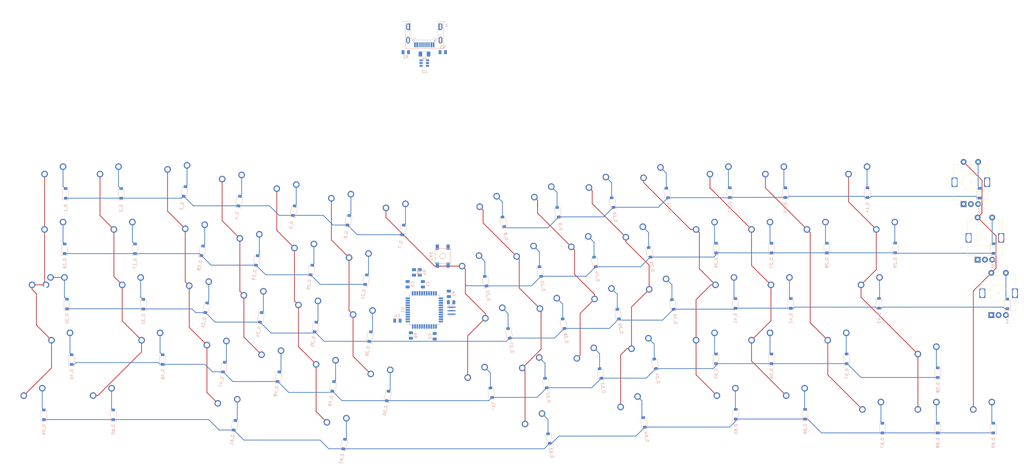
<source format=kicad_pcb>
(kicad_pcb (version 20171130) (host pcbnew "(5.1.4)-1")
  (layers (0 F.Cu signal) (31 B.Cu signal) (34 B.Paste user) (35 F.Paste user) (36 B.SilkS user) (37 F.SilkS user) (38 B.Mask user) (39 F.Mask user) (44 Edge.Cuts user))
  (net 0 "")
  (net 1 col0)
  (net 2 col1)
  (net 3 col2)
  (net 4 col3)
  (net 5 col5)
  (net 6 col6)
  (net 7 col7)
  (net 8 col8)
  (net 9 col9)
  (net 10 col10)
  (net 11 col11)
  (net 12 col12)
  (net 13 col13)
  (net 14 row0)
  (net 15 row1)
  (net 16 row2)
  (net 17 row3)
  (net 18 row4)
  (net 19 "Net-(D_1-Pad2)")
  (net 20 "Net-(D_32-Pad2)")
  (net 21 "Net-(D_33-Pad2)")
  (net 22 "Net-(D_34-Pad2)")
  (net 23 "Net-(D_35-Pad2)")
  (net 24 "Net-(D_36-Pad2)")
  (net 25 "Net-(D_51-Pad2)")
  (net 26 "Net-(D_52-Pad2)")
  (net 27 "Net-(D_53-Pad2)")
  (net 28 "Net-(D_54-Pad2)")
  (net 29 "Net-(D_2-Pad2)")
  (net 30 "Net-(D_3-Pad2)")
  (net 31 "Net-(D_4-Pad2)")
  (net 32 "Net-(D_5-Pad2)")
  (net 33 "Net-(D_6-Pad2)")
  (net 34 "Net-(D_7-Pad2)")
  (net 35 "Net-(D_37-Pad2)")
  (net 36 "Net-(D_38-Pad2)")
  (net 37 "Net-(D_39-Pad2)")
  (net 38 "Net-(D_40-Pad2)")
  (net 39 "Net-(D_55-Pad2)")
  (net 40 "Net-(D_56-Pad2)")
  (net 41 "Net-(D_57-Pad2)")
  (net 42 "Net-(D_58-Pad2)")
  (net 43 "Net-(D_8-Pad2)")
  (net 44 "Net-(D_9-Pad2)")
  (net 45 "Net-(D_10-Pad2)")
  (net 46 "Net-(D_11-Pad2)")
  (net 47 "Net-(D_12-Pad2)")
  (net 48 "Net-(D_13-Pad2)")
  (net 49 "Net-(D_14-Pad2)")
  (net 50 "Net-(D_41-Pad2)")
  (net 51 "Net-(D_42-Pad2)")
  (net 52 "Net-(D_43-Pad2)")
  (net 53 "Net-(D_59-Pad2)")
  (net 54 "Net-(D_60-Pad2)")
  (net 55 "Net-(D_61-Pad2)")
  (net 56 "Net-(D_62-Pad2)")
  (net 57 "Net-(D_16-Pad2)")
  (net 58 "Net-(D_17-Pad2)")
  (net 59 "Net-(D_18-Pad2)")
  (net 60 "Net-(D_19-Pad2)")
  (net 61 "Net-(D_20-Pad2)")
  (net 62 "Net-(D_45-Pad2)")
  (net 63 "Net-(D_46-Pad2)")
  (net 64 "Net-(D_47-Pad2)")
  (net 65 "Net-(D_48-Pad2)")
  (net 66 "Net-(D_63-Pad2)")
  (net 67 "Net-(D_64-Pad2)")
  (net 68 "Net-(D_65-Pad2)")
  (net 69 "Net-(D_66-Pad2)")
  (net 70 "Net-(D_21-Pad2)")
  (net 71 "Net-(D_22-Pad2)")
  (net 72 "Net-(D_23-Pad2)")
  (net 73 "Net-(D_24-Pad2)")
  (net 74 "Net-(D_25-Pad2)")
  (net 75 "Net-(D_26-Pad2)")
  (net 76 "Net-(D_49-Pad2)")
  (net 77 "Net-(D_50-Pad2)")
  (net 78 "Net-(D_67-Pad2)")
  (net 79 "Net-(D_68-Pad2)")
  (net 80 "Net-(D_27-Pad2)")
  (net 81 "Net-(D_28-Pad2)")
  (net 82 "Net-(D_29-Pad2)")
  (net 83 "Net-(D_31-Pad2)")
  (net 84 col4)
  (net 85 "Net-(D_69-Pad2)")
  (net 86 GND)
  (net 87 "Net-(C1-Pad1)")
  (net 88 +5V)
  (net 89 VBUS)
  (net 90 "Net-(R1-Pad2)")
  (net 91 D+)
  (net 92 "Net-(R4-Pad1)")
  (net 93 D-)
  (net 94 "Net-(R5-Pad1)")
  (net 95 "Net-(R6-Pad2)")
  (net 96 "Net-(U1-Pad42)")
  (net 97 "Net-(U1-Pad17)")
  (net 98 "Net-(U1-Pad16)")
  (net 99 "Net-(U1-Pad1)")
  (net 100 "Net-(U2-Pad4)")
  (net 101 "Net-(U2-Pad3)")
  (net 102 "Net-(J1-PadB8)")
  (net 103 "Net-(J1-PadA5)")
  (net 104 "Net-(J1-PadB5)")
  (net 105 "Net-(J1-PadA8)")
  (net 106 0row)
  (net 107 1row)
  (net 108 2row)
  (net 109 0col)
  (net 110 ENC0A)
  (net 111 ENCB)
  (net 112 ENC1A)
  (net 113 ENC2A)
  (net 114 "Net-(U1-Pad41)")
  (net 115 "Net-(U1-Pad40)")
  (net 116 "Net-(U1-Pad39)")
  (net 117 "Net-(U1-Pad38)")
  (net 118 "Net-(U1-Pad37)")
  (net 119 "Net-(U1-Pad36)")
  (net 120 "Net-(U1-Pad32)")
  (net 121 "Net-(U1-Pad31)")
  (net 122 "Net-(U1-Pad30)")
  (net 123 "Net-(U1-Pad29)")
  (net 124 "Net-(U1-Pad28)")
  (net 125 "Net-(U1-Pad27)")
  (net 126 "Net-(U1-Pad26)")
  (net 127 "Net-(U1-Pad25)")
  (net 128 "Net-(U1-Pad22)")
  (net 129 "Net-(U1-Pad21)")
  (net 130 "Net-(U1-Pad20)")
  (net 131 "Net-(U1-Pad19)")
  (net 132 "Net-(U1-Pad18)")
  (net 133 "Net-(U1-Pad12)")
  (net 134 "Net-(U1-Pad11)")
  (net 135 "Net-(U1-Pad10)")
  (net 136 "Net-(U1-Pad9)")
  (net 137 "Net-(U1-Pad8)")
  (module Diode_SMD:D_SOD-123 (layer B.Cu) (at 466.35735 243.125046 90)
    (fp_text reference D_69 (at -5.08 0 90) (layer B.SilkS) (effects (justify mirror)))
    (fp_text value D)
    (pad 2 smd rect (at 1.65 0 90) (size 0.9 1.2) (layers B.Cu B.Paste B.Mask) (net 85 "Net-(D_69-Pad2)"))
    (pad 1 smd rect (at -1.65 0 90) (size 0.9 1.2) (layers B.Cu B.Paste B.Mask) (net 18 row4))
  )
  (module Diode_SMD:D_SOD-123 (layer B.Cu) (at 447.30735 243.125046 90)
    (fp_text reference D_68 (at -5.08 0 90) (layer B.SilkS) (effects (justify mirror)))
    (fp_text value D)
    (pad 2 smd rect (at 1.65 0 90) (size 0.9 1.2) (layers B.Cu B.Paste B.Mask) (net 79 "Net-(D_68-Pad2)"))
    (pad 1 smd rect (at -1.65 0 90) (size 0.9 1.2) (layers B.Cu B.Paste B.Mask) (net 18 row4))
  )
  (module Diode_SMD:D_SOD-123 (layer B.Cu) (at 428.25735 243.125046 90)
    (fp_text reference D_67 (at -5.08 0 90) (layer B.SilkS) (effects (justify mirror)))
    (fp_text value D)
    (pad 2 smd rect (at 1.65 0 90) (size 0.9 1.2) (layers B.Cu B.Paste B.Mask) (net 78 "Net-(D_67-Pad2)"))
    (pad 1 smd rect (at -1.65 0 90) (size 0.9 1.2) (layers B.Cu B.Paste B.Mask) (net 18 row4))
  )
  (module Diode_SMD:D_SOD-123 (layer B.Cu) (at 401.70735 238.362546 90)
    (fp_text reference D_66 (at -5.08 0 90) (layer B.SilkS) (effects (justify mirror)))
    (fp_text value D)
    (pad 2 smd rect (at 1.65 0 90) (size 0.9 1.2) (layers B.Cu B.Paste B.Mask) (net 69 "Net-(D_66-Pad2)"))
    (pad 1 smd rect (at -1.65 0 90) (size 0.9 1.2) (layers B.Cu B.Paste B.Mask) (net 18 row4))
  )
  (module Diode_SMD:D_SOD-123 (layer B.Cu) (at 377.89485 238.362546 90)
    (fp_text reference D_65 (at -5.08 0 90) (layer B.SilkS) (effects (justify mirror)))
    (fp_text value D)
    (pad 2 smd rect (at 1.65 0 90) (size 0.9 1.2) (layers B.Cu B.Paste B.Mask) (net 68 "Net-(D_65-Pad2)"))
    (pad 1 smd rect (at -1.65 0 90) (size 0.9 1.2) (layers B.Cu B.Paste B.Mask) (net 18 row4))
  )
  (module Diode_SMD:D_SOD-123 (layer B.Cu) (at 346.38325 241.1697 100)
    (fp_text reference D_64 (at -5.08 0 100) (layer B.SilkS) (effects (justify mirror)))
    (fp_text value D)
    (pad 2 smd rect (at 1.65 0 100) (size 0.9 1.2) (layers B.Cu B.Paste B.Mask) (net 67 "Net-(D_64-Pad2)"))
    (pad 1 smd rect (at -1.65 0 100) (size 0.9 1.2) (layers B.Cu B.Paste B.Mask) (net 18 row4))
  )
  (module Diode_SMD:D_SOD-123 (layer B.Cu) (at 313.68075 246.72595 100)
    (fp_text reference D_63 (at -5.08 0 100) (layer B.SilkS) (effects (justify mirror)))
    (fp_text value D)
    (pad 2 smd rect (at 1.65 0 100) (size 0.9 1.2) (layers B.Cu B.Paste B.Mask) (net 66 "Net-(D_63-Pad2)"))
    (pad 1 smd rect (at -1.65 0 100) (size 0.9 1.2) (layers B.Cu B.Paste B.Mask) (net 18 row4))
  )
  (module Diode_SMD:D_SOD-123 (layer B.Cu) (at 243.346 248.63 80)
    (fp_text reference D_62 (at -5.08 0 80) (layer B.SilkS) (effects (justify mirror)))
    (fp_text value D)
    (pad 2 smd rect (at 1.65 0 80) (size 0.9 1.2) (layers B.Cu B.Paste B.Mask) (net 56 "Net-(D_62-Pad2)"))
    (pad 1 smd rect (at -1.65 0 80) (size 0.9 1.2) (layers B.Cu B.Paste B.Mask) (net 18 row4))
  )
  (module Diode_SMD:D_SOD-123 (layer B.Cu) (at 205.7032 242.1784 80)
    (fp_text reference D_61 (at -5.08 0 80) (layer B.SilkS) (effects (justify mirror)))
    (fp_text value D)
    (pad 2 smd rect (at 1.65 0 80) (size 0.9 1.2) (layers B.Cu B.Paste B.Mask) (net 55 "Net-(D_61-Pad2)"))
    (pad 1 smd rect (at -1.65 0 80) (size 0.9 1.2) (layers B.Cu B.Paste B.Mask) (net 18 row4))
  )
  (module Diode_SMD:D_SOD-123 (layer B.Cu) (at 163.98875 238.5568 90)
    (fp_text reference D_60 (at -5.08 0 90) (layer B.SilkS) (effects (justify mirror)))
    (fp_text value D)
    (pad 2 smd rect (at 1.65 0 90) (size 0.9 1.2) (layers B.Cu B.Paste B.Mask) (net 54 "Net-(D_60-Pad2)"))
    (pad 1 smd rect (at -1.65 0 90) (size 0.9 1.2) (layers B.Cu B.Paste B.Mask) (net 18 row4))
  )
  (module Diode_SMD:D_SOD-123 (layer B.Cu) (at 140.17625 238.5568 90)
    (fp_text reference D_59 (at -5.08 0 90) (layer B.SilkS) (effects (justify mirror)))
    (fp_text value D)
    (pad 2 smd rect (at 1.65 0 90) (size 0.9 1.2) (layers B.Cu B.Paste B.Mask) (net 53 "Net-(D_59-Pad2)"))
    (pad 1 smd rect (at -1.65 0 90) (size 0.9 1.2) (layers B.Cu B.Paste B.Mask) (net 18 row4))
  )
  (module Diode_SMD:D_SOD-123 (layer B.Cu) (at 447.30735 224.075046 90)
    (fp_text reference D_58 (at -5.08 0 90) (layer B.SilkS) (effects (justify mirror)))
    (fp_text value D)
    (pad 2 smd rect (at 1.65 0 90) (size 0.9 1.2) (layers B.Cu B.Paste B.Mask) (net 42 "Net-(D_58-Pad2)"))
    (pad 1 smd rect (at -1.65 0 90) (size 0.9 1.2) (layers B.Cu B.Paste B.Mask) (net 17 row3))
  )
  (module Diode_SMD:D_SOD-123 (layer B.Cu) (at 415.99485 219.312546 90)
    (fp_text reference D_57 (at -5.08 0 90) (layer B.SilkS) (effects (justify mirror)))
    (fp_text value D)
    (pad 2 smd rect (at 1.65 0 90) (size 0.9 1.2) (layers B.Cu B.Paste B.Mask) (net 41 "Net-(D_57-Pad2)"))
    (pad 1 smd rect (at -1.65 0 90) (size 0.9 1.2) (layers B.Cu B.Paste B.Mask) (net 17 row3))
  )
  (module Diode_SMD:D_SOD-123 (layer B.Cu) (at 390.15735 219.312546 90)
    (fp_text reference D_56 (at -5.08 0 90) (layer B.SilkS) (effects (justify mirror)))
    (fp_text value D)
    (pad 2 smd rect (at 1.65 0 90) (size 0.9 1.2) (layers B.Cu B.Paste B.Mask) (net 40 "Net-(D_56-Pad2)"))
    (pad 1 smd rect (at -1.65 0 90) (size 0.9 1.2) (layers B.Cu B.Paste B.Mask) (net 17 row3))
  )
  (module Diode_SMD:D_SOD-123 (layer B.Cu) (at 371.10735 219.312546 90)
    (fp_text reference D_55 (at -5.08 0 90) (layer B.SilkS) (effects (justify mirror)))
    (fp_text value D)
    (pad 2 smd rect (at 1.65 0 90) (size 0.9 1.2) (layers B.Cu B.Paste B.Mask) (net 39 "Net-(D_55-Pad2)"))
    (pad 1 smd rect (at -1.65 0 90) (size 0.9 1.2) (layers B.Cu B.Paste B.Mask) (net 17 row3))
  )
  (module Diode_SMD:D_SOD-123 (layer B.Cu) (at 350.163321 221.032558 100)
    (fp_text reference D_54 (at -5.08 0 100) (layer B.SilkS) (effects (justify mirror)))
    (fp_text value D)
    (pad 2 smd rect (at 1.65 0 100) (size 0.9 1.2) (layers B.Cu B.Paste B.Mask) (net 28 "Net-(D_54-Pad2)"))
    (pad 1 smd rect (at -1.65 0 100) (size 0.9 1.2) (layers B.Cu B.Paste B.Mask) (net 17 row3))
  )
  (module Diode_SMD:D_SOD-123 (layer B.Cu) (at 331.402734 224.340556 100)
    (fp_text reference D_53 (at -5.08 0 100) (layer B.SilkS) (effects (justify mirror)))
    (fp_text value D)
    (pad 2 smd rect (at 1.65 0 100) (size 0.9 1.2) (layers B.Cu B.Paste B.Mask) (net 27 "Net-(D_53-Pad2)"))
    (pad 1 smd rect (at -1.65 0 100) (size 0.9 1.2) (layers B.Cu B.Paste B.Mask) (net 17 row3))
  )
  (module Diode_SMD:D_SOD-123 (layer B.Cu) (at 312.642146 227.648554 100)
    (fp_text reference D_52 (at -5.08 0 100) (layer B.SilkS) (effects (justify mirror)))
    (fp_text value D)
    (pad 2 smd rect (at 1.65 0 100) (size 0.9 1.2) (layers B.Cu B.Paste B.Mask) (net 26 "Net-(D_52-Pad2)"))
    (pad 1 smd rect (at -1.65 0 100) (size 0.9 1.2) (layers B.Cu B.Paste B.Mask) (net 17 row3))
  )
  (module Diode_SMD:D_SOD-123 (layer B.Cu) (at 293.881558 230.956551 100)
    (fp_text reference D_51 (at -5.08 0 100) (layer B.SilkS) (effects (justify mirror)))
    (fp_text value D)
    (pad 2 smd rect (at 1.65 0 100) (size 0.9 1.2) (layers B.Cu B.Paste B.Mask) (net 25 "Net-(D_51-Pad2)"))
    (pad 1 smd rect (at -1.65 0 100) (size 0.9 1.2) (layers B.Cu B.Paste B.Mask) (net 17 row3))
  )
  (module Diode_SMD:D_SOD-123 (layer B.Cu) (at 258.324154 232.092604 80)
    (fp_text reference D_50 (at -5.08 0 80) (layer B.SilkS) (effects (justify mirror)))
    (fp_text value D)
    (pad 2 smd rect (at 1.65 0 80) (size 0.9 1.2) (layers B.Cu B.Paste B.Mask) (net 77 "Net-(D_50-Pad2)"))
    (pad 1 smd rect (at -1.65 0 80) (size 0.9 1.2) (layers B.Cu B.Paste B.Mask) (net 17 row3))
  )
  (module Diode_SMD:D_SOD-123 (layer B.Cu) (at 239.563566 228.784606 80)
    (fp_text reference D_49 (at -5.08 0 80) (layer B.SilkS) (effects (justify mirror)))
    (fp_text value D)
    (pad 2 smd rect (at 1.65 0 80) (size 0.9 1.2) (layers B.Cu B.Paste B.Mask) (net 76 "Net-(D_49-Pad2)"))
    (pad 1 smd rect (at -1.65 0 80) (size 0.9 1.2) (layers B.Cu B.Paste B.Mask) (net 17 row3))
  )
  (module Diode_SMD:D_SOD-123 (layer B.Cu) (at 220.802979 225.476608 80)
    (fp_text reference D_48 (at -5.08 0 80) (layer B.SilkS) (effects (justify mirror)))
    (fp_text value D)
    (pad 2 smd rect (at 1.65 0 80) (size 0.9 1.2) (layers B.Cu B.Paste B.Mask) (net 65 "Net-(D_48-Pad2)"))
    (pad 1 smd rect (at -1.65 0 80) (size 0.9 1.2) (layers B.Cu B.Paste B.Mask) (net 17 row3))
  )
  (module Diode_SMD:D_SOD-123 (layer B.Cu) (at 202.042391 222.16861 80)
    (fp_text reference D_47 (at -5.08 0 80) (layer B.SilkS) (effects (justify mirror)))
    (fp_text value D)
    (pad 2 smd rect (at 1.65 0 80) (size 0.9 1.2) (layers B.Cu B.Paste B.Mask) (net 64 "Net-(D_47-Pad2)"))
    (pad 1 smd rect (at -1.65 0 80) (size 0.9 1.2) (layers B.Cu B.Paste B.Mask) (net 17 row3))
  )
  (module Diode_SMD:D_SOD-123 (layer B.Cu) (at 181.01375 219.566546 90)
    (fp_text reference D_46 (at -5.08 0 90) (layer B.SilkS) (effects (justify mirror)))
    (fp_text value D)
    (pad 2 smd rect (at 1.65 0 90) (size 0.9 1.2) (layers B.Cu B.Paste B.Mask) (net 63 "Net-(D_46-Pad2)"))
    (pad 1 smd rect (at -1.65 0 90) (size 0.9 1.2) (layers B.Cu B.Paste B.Mask) (net 17 row3))
  )
  (module Diode_SMD:D_SOD-123 (layer B.Cu) (at 149.733 219.566546 90)
    (fp_text reference D_45 (at -5.08 0 90) (layer B.SilkS) (effects (justify mirror)))
    (fp_text value D)
    (pad 2 smd rect (at 1.65 0 90) (size 0.9 1.2) (layers B.Cu B.Paste B.Mask) (net 62 "Net-(D_45-Pad2)"))
    (pad 1 smd rect (at -1.65 0 90) (size 0.9 1.2) (layers B.Cu B.Paste B.Mask) (net 17 row3))
  )
  (module Diode_SMD:D_SOD-123 (layer B.Cu) (at 471.1936 200.426296 90)
    (fp_text reference D_44 (at -5.08 0 90) (layer B.SilkS) (effects (justify mirror)))
    (fp_text value D)
    (pad 2 smd rect (at 1.65 0 90) (size 0.9 1.2) (layers B.Cu B.Paste B.Mask) (net 108 2row))
    (pad 1 smd rect (at -1.65 0 90) (size 0.9 1.2) (layers B.Cu B.Paste B.Mask) (net 16 row2))
  )
  (module Diode_SMD:D_SOD-123 (layer B.Cu) (at 427.10735 200.2028 90)
    (fp_text reference D_43 (at -5.08 0 90) (layer B.SilkS) (effects (justify mirror)))
    (fp_text value D)
    (pad 2 smd rect (at 1.65 0 90) (size 0.9 1.2) (layers B.Cu B.Paste B.Mask) (net 52 "Net-(D_43-Pad2)"))
    (pad 1 smd rect (at -1.65 0 90) (size 0.9 1.2) (layers B.Cu B.Paste B.Mask) (net 16 row2))
  )
  (module Diode_SMD:D_SOD-123 (layer B.Cu) (at 396.82485 200.262546 90)
    (fp_text reference D_42 (at -5.08 0 90) (layer B.SilkS) (effects (justify mirror)))
    (fp_text value D)
    (pad 2 smd rect (at 1.65 0 90) (size 0.9 1.2) (layers B.Cu B.Paste B.Mask) (net 51 "Net-(D_42-Pad2)"))
    (pad 1 smd rect (at -1.65 0 90) (size 0.9 1.2) (layers B.Cu B.Paste B.Mask) (net 16 row2))
  )
  (module Diode_SMD:D_SOD-123 (layer B.Cu) (at 377.77485 200.262546 90)
    (fp_text reference D_41 (at -5.08 0 90) (layer B.SilkS) (effects (justify mirror)))
    (fp_text value D)
    (pad 2 smd rect (at 1.65 0 90) (size 0.9 1.2) (layers B.Cu B.Paste B.Mask) (net 50 "Net-(D_41-Pad2)"))
    (pad 1 smd rect (at -1.65 0 90) (size 0.9 1.2) (layers B.Cu B.Paste B.Mask) (net 16 row2))
  )
  (module Diode_SMD:D_SOD-123 (layer B.Cu) (at 356.235617 200.617972 100)
    (fp_text reference D_40 (at -5.08 0 100) (layer B.SilkS) (effects (justify mirror)))
    (fp_text value D)
    (pad 2 smd rect (at 1.65 0 100) (size 0.9 1.2) (layers B.Cu B.Paste B.Mask) (net 38 "Net-(D_40-Pad2)"))
    (pad 1 smd rect (at -1.65 0 100) (size 0.9 1.2) (layers B.Cu B.Paste B.Mask) (net 16 row2))
  )
  (module Diode_SMD:D_SOD-123 (layer B.Cu) (at 337.47503 203.925969 100)
    (fp_text reference D_39 (at -5.08 0 100) (layer B.SilkS) (effects (justify mirror)))
    (fp_text value D)
    (pad 2 smd rect (at 1.65 0 100) (size 0.9 1.2) (layers B.Cu B.Paste B.Mask) (net 37 "Net-(D_39-Pad2)"))
    (pad 1 smd rect (at -1.65 0 100) (size 0.9 1.2) (layers B.Cu B.Paste B.Mask) (net 16 row2))
  )
  (module Diode_SMD:D_SOD-123 (layer B.Cu) (at 318.714442 207.233967 100)
    (fp_text reference D_38 (at -5.08 0 100) (layer B.SilkS) (effects (justify mirror)))
    (fp_text value D)
    (pad 2 smd rect (at 1.65 0 100) (size 0.9 1.2) (layers B.Cu B.Paste B.Mask) (net 36 "Net-(D_38-Pad2)"))
    (pad 1 smd rect (at -1.65 0 100) (size 0.9 1.2) (layers B.Cu B.Paste B.Mask) (net 16 row2))
  )
  (module Diode_SMD:D_SOD-123 (layer B.Cu) (at 299.953854 210.541965 100)
    (fp_text reference D_37 (at -5.08 0 100) (layer B.SilkS) (effects (justify mirror)))
    (fp_text value D)
    (pad 2 smd rect (at 1.65 0 100) (size 0.9 1.2) (layers B.Cu B.Paste B.Mask) (net 35 "Net-(D_37-Pad2)"))
    (pad 1 smd rect (at -1.65 0 100) (size 0.9 1.2) (layers B.Cu B.Paste B.Mask) (net 16 row2))
  )
  (module Diode_SMD:D_SOD-123 (layer B.Cu) (at 252.251858 211.678017 80)
    (fp_text reference D_36 (at -5.08 0 80) (layer B.SilkS) (effects (justify mirror)))
    (fp_text value D)
    (pad 2 smd rect (at 1.65 0 80) (size 0.9 1.2) (layers B.Cu B.Paste B.Mask) (net 24 "Net-(D_36-Pad2)"))
    (pad 1 smd rect (at -1.65 0 80) (size 0.9 1.2) (layers B.Cu B.Paste B.Mask) (net 16 row2))
  )
  (module Diode_SMD:D_SOD-123 (layer B.Cu) (at 233.49127 208.370019 80)
    (fp_text reference D_35 (at -5.08 0 80) (layer B.SilkS) (effects (justify mirror)))
    (fp_text value D)
    (pad 2 smd rect (at 1.65 0 80) (size 0.9 1.2) (layers B.Cu B.Paste B.Mask) (net 23 "Net-(D_35-Pad2)"))
    (pad 1 smd rect (at -1.65 0 80) (size 0.9 1.2) (layers B.Cu B.Paste B.Mask) (net 16 row2))
  )
  (module Diode_SMD:D_SOD-123 (layer B.Cu) (at 214.730683 205.062022 80)
    (fp_text reference D_34 (at -5.08 0 80) (layer B.SilkS) (effects (justify mirror)))
    (fp_text value D)
    (pad 2 smd rect (at 1.65 0 80) (size 0.9 1.2) (layers B.Cu B.Paste B.Mask) (net 22 "Net-(D_34-Pad2)"))
    (pad 1 smd rect (at -1.65 0 80) (size 0.9 1.2) (layers B.Cu B.Paste B.Mask) (net 16 row2))
  )
  (module Diode_SMD:D_SOD-123 (layer B.Cu) (at 195.970095 201.754024 80)
    (fp_text reference D_33 (at -5.08 0 80) (layer B.SilkS) (effects (justify mirror)))
    (fp_text value D)
    (pad 2 smd rect (at 1.65 0 80) (size 0.9 1.2) (layers B.Cu B.Paste B.Mask) (net 21 "Net-(D_33-Pad2)"))
    (pad 1 smd rect (at -1.65 0 80) (size 0.9 1.2) (layers B.Cu B.Paste B.Mask) (net 16 row2))
  )
  (module Diode_SMD:D_SOD-123 (layer B.Cu) (at 174.34625 200.516546 90)
    (fp_text reference D_32 (at -5.08 0 90) (layer B.SilkS) (effects (justify mirror)))
    (fp_text value D)
    (pad 2 smd rect (at 1.65 0 90) (size 0.9 1.2) (layers B.Cu B.Paste B.Mask) (net 20 "Net-(D_32-Pad2)"))
    (pad 1 smd rect (at -1.65 0 90) (size 0.9 1.2) (layers B.Cu B.Paste B.Mask) (net 16 row2))
  )
  (module Diode_SMD:D_SOD-123 (layer B.Cu) (at 148.11375 200.4568 90)
    (fp_text reference D_31 (at -5.08 0 90) (layer B.SilkS) (effects (justify mirror)))
    (fp_text value D)
    (pad 2 smd rect (at 1.65 0 90) (size 0.9 1.2) (layers B.Cu B.Paste B.Mask) (net 83 "Net-(D_31-Pad2)"))
    (pad 1 smd rect (at -1.65 0 90) (size 0.9 1.2) (layers B.Cu B.Paste B.Mask) (net 16 row2))
  )
  (module Diode_SMD:D_SOD-123 (layer B.Cu) (at 466.4311 181.376296 90)
    (fp_text reference D_30 (at -5.08 0 90) (layer B.SilkS) (effects (justify mirror)))
    (fp_text value D)
    (pad 2 smd rect (at 1.65 0 90) (size 0.9 1.2) (layers B.Cu B.Paste B.Mask) (net 107 1row))
    (pad 1 smd rect (at -1.65 0 90) (size 0.9 1.2) (layers B.Cu B.Paste B.Mask) (net 15 row1))
  )
  (module Diode_SMD:D_SOD-123 (layer B.Cu) (at 432.6636 181.1528 90)
    (fp_text reference D_29 (at -5.08 0 90) (layer B.SilkS) (effects (justify mirror)))
    (fp_text value D)
    (pad 2 smd rect (at 1.65 0 90) (size 0.9 1.2) (layers B.Cu B.Paste B.Mask) (net 82 "Net-(D_29-Pad2)"))
    (pad 1 smd rect (at -1.65 0 90) (size 0.9 1.2) (layers B.Cu B.Paste B.Mask) (net 15 row1))
  )
  (module Diode_SMD:D_SOD-123 (layer B.Cu) (at 409.20735 181.212546 90)
    (fp_text reference D_28 (at -5.08 0 90) (layer B.SilkS) (effects (justify mirror)))
    (fp_text value D)
    (pad 2 smd rect (at 1.65 0 90) (size 0.9 1.2) (layers B.Cu B.Paste B.Mask) (net 81 "Net-(D_28-Pad2)"))
    (pad 1 smd rect (at -1.65 0 90) (size 0.9 1.2) (layers B.Cu B.Paste B.Mask) (net 15 row1))
  )
  (module Diode_SMD:D_SOD-123 (layer B.Cu) (at 390.15735 181.212546 90)
    (fp_text reference D_27 (at -5.08 0 90) (layer B.SilkS) (effects (justify mirror)))
    (fp_text value D)
    (pad 2 smd rect (at 1.65 0 90) (size 0.9 1.2) (layers B.Cu B.Paste B.Mask) (net 80 "Net-(D_27-Pad2)"))
    (pad 1 smd rect (at -1.65 0 90) (size 0.9 1.2) (layers B.Cu B.Paste B.Mask) (net 15 row1))
  )
  (module Diode_SMD:D_SOD-123 (layer B.Cu) (at 371.10735 181.212546 90)
    (fp_text reference D_26 (at -5.08 0 90) (layer B.SilkS) (effects (justify mirror)))
    (fp_text value D)
    (pad 2 smd rect (at 1.65 0 90) (size 0.9 1.2) (layers B.Cu B.Paste B.Mask) (net 75 "Net-(D_26-Pad2)"))
    (pad 1 smd rect (at -1.65 0 90) (size 0.9 1.2) (layers B.Cu B.Paste B.Mask) (net 15 row1))
  )
  (module Diode_SMD:D_SOD-123 (layer B.Cu) (at 348.237473 182.684383 100)
    (fp_text reference D_25 (at -5.08 0 100) (layer B.SilkS) (effects (justify mirror)))
    (fp_text value D)
    (pad 2 smd rect (at 1.65 0 100) (size 0.9 1.2) (layers B.Cu B.Paste B.Mask) (net 74 "Net-(D_25-Pad2)"))
    (pad 1 smd rect (at -1.65 0 100) (size 0.9 1.2) (layers B.Cu B.Paste B.Mask) (net 15 row1))
  )
  (module Diode_SMD:D_SOD-123 (layer B.Cu) (at 329.476885 185.992381 100)
    (fp_text reference D_24 (at -5.08 0 100) (layer B.SilkS) (effects (justify mirror)))
    (fp_text value D)
    (pad 2 smd rect (at 1.65 0 100) (size 0.9 1.2) (layers B.Cu B.Paste B.Mask) (net 73 "Net-(D_24-Pad2)"))
    (pad 1 smd rect (at -1.65 0 100) (size 0.9 1.2) (layers B.Cu B.Paste B.Mask) (net 15 row1))
  )
  (module Diode_SMD:D_SOD-123 (layer B.Cu) (at 310.716297 189.300379 100)
    (fp_text reference D_23 (at -5.08 0 100) (layer B.SilkS) (effects (justify mirror)))
    (fp_text value D)
    (pad 2 smd rect (at 1.65 0 100) (size 0.9 1.2) (layers B.Cu B.Paste B.Mask) (net 72 "Net-(D_23-Pad2)"))
    (pad 1 smd rect (at -1.65 0 100) (size 0.9 1.2) (layers B.Cu B.Paste B.Mask) (net 15 row1))
  )
  (module Diode_SMD:D_SOD-123 (layer B.Cu) (at 291.955709 192.608377 100)
    (fp_text reference D_22 (at -5.08 0 100) (layer B.SilkS) (effects (justify mirror)))
    (fp_text value D)
    (pad 2 smd rect (at 1.65 0 100) (size 0.9 1.2) (layers B.Cu B.Paste B.Mask) (net 71 "Net-(D_22-Pad2)"))
    (pad 1 smd rect (at -1.65 0 100) (size 0.9 1.2) (layers B.Cu B.Paste B.Mask) (net 15 row1))
  )
  (module Diode_SMD:D_SOD-123 (layer B.Cu) (at 250.869709 192.09043 80)
    (fp_text reference D_21 (at -5.08 0 80) (layer B.SilkS) (effects (justify mirror)))
    (fp_text value D)
    (pad 2 smd rect (at 1.65 0 80) (size 0.9 1.2) (layers B.Cu B.Paste B.Mask) (net 70 "Net-(D_21-Pad2)"))
    (pad 1 smd rect (at -1.65 0 80) (size 0.9 1.2) (layers B.Cu B.Paste B.Mask) (net 15 row1))
  )
  (module Diode_SMD:D_SOD-123 (layer B.Cu) (at 232.109121 188.782432 80)
    (fp_text reference D_20 (at -5.08 0 80) (layer B.SilkS) (effects (justify mirror)))
    (fp_text value D)
    (pad 2 smd rect (at 1.65 0 80) (size 0.9 1.2) (layers B.Cu B.Paste B.Mask) (net 61 "Net-(D_20-Pad2)"))
    (pad 1 smd rect (at -1.65 0 80) (size 0.9 1.2) (layers B.Cu B.Paste B.Mask) (net 15 row1))
  )
  (module Diode_SMD:D_SOD-123 (layer B.Cu) (at 213.348534 185.474434 80)
    (fp_text reference D_19 (at -5.08 0 80) (layer B.SilkS) (effects (justify mirror)))
    (fp_text value D)
    (pad 2 smd rect (at 1.65 0 80) (size 0.9 1.2) (layers B.Cu B.Paste B.Mask) (net 60 "Net-(D_19-Pad2)"))
    (pad 1 smd rect (at -1.65 0 80) (size 0.9 1.2) (layers B.Cu B.Paste B.Mask) (net 15 row1))
  )
  (module Diode_SMD:D_SOD-123 (layer B.Cu) (at 194.587946 182.166437 80)
    (fp_text reference D_18 (at -5.08 0 80) (layer B.SilkS) (effects (justify mirror)))
    (fp_text value D)
    (pad 2 smd rect (at 1.65 0 80) (size 0.9 1.2) (layers B.Cu B.Paste B.Mask) (net 59 "Net-(D_18-Pad2)"))
    (pad 1 smd rect (at -1.65 0 80) (size 0.9 1.2) (layers B.Cu B.Paste B.Mask) (net 15 row1))
  )
  (module Diode_SMD:D_SOD-123 (layer B.Cu) (at 171.48875 181.466546 90)
    (fp_text reference D_17 (at -5.08 0 90) (layer B.SilkS) (effects (justify mirror)))
    (fp_text value D)
    (pad 2 smd rect (at 1.65 0 90) (size 0.9 1.2) (layers B.Cu B.Paste B.Mask) (net 58 "Net-(D_17-Pad2)"))
    (pad 1 smd rect (at -1.65 0 90) (size 0.9 1.2) (layers B.Cu B.Paste B.Mask) (net 15 row1))
  )
  (module Diode_SMD:D_SOD-123 (layer B.Cu) (at 147.32 181.466546 90)
    (fp_text reference D_16 (at -5.08 0 90) (layer B.SilkS) (effects (justify mirror)))
    (fp_text value D)
    (pad 2 smd rect (at 1.65 0 90) (size 0.9 1.2) (layers B.Cu B.Paste B.Mask) (net 57 "Net-(D_16-Pad2)"))
    (pad 1 smd rect (at -1.65 0 90) (size 0.9 1.2) (layers B.Cu B.Paste B.Mask) (net 15 row1))
  )
  (module Diode_SMD:D_SOD-123 (layer B.Cu) (at 461.6686 162.326296 90)
    (fp_text reference D_15 (at -5.08 0 90) (layer B.SilkS) (effects (justify mirror)))
    (fp_text value D)
    (pad 2 smd rect (at 1.65 0 90) (size 0.9 1.2) (layers B.Cu B.Paste B.Mask) (net 106 0row))
    (pad 1 smd rect (at -1.65 0 90) (size 0.9 1.2) (layers B.Cu B.Paste B.Mask) (net 14 row0))
  )
  (module Diode_SMD:D_SOD-123 (layer B.Cu) (at 423.1386 162.162546 90)
    (fp_text reference D_14 (at -5.08 0 90) (layer B.SilkS) (effects (justify mirror)))
    (fp_text value D)
    (pad 2 smd rect (at 1.65 0 90) (size 0.9 1.2) (layers B.Cu B.Paste B.Mask) (net 49 "Net-(D_14-Pad2)"))
    (pad 1 smd rect (at -1.65 0 90) (size 0.9 1.2) (layers B.Cu B.Paste B.Mask) (net 14 row0))
  )
  (module Diode_SMD:D_SOD-123 (layer B.Cu) (at 394.91985 162.162546 90)
    (fp_text reference D_13 (at -5.08 0 90) (layer B.SilkS) (effects (justify mirror)))
    (fp_text value D)
    (pad 2 smd rect (at 1.65 0 90) (size 0.9 1.2) (layers B.Cu B.Paste B.Mask) (net 48 "Net-(D_13-Pad2)"))
    (pad 1 smd rect (at -1.65 0 90) (size 0.9 1.2) (layers B.Cu B.Paste B.Mask) (net 14 row0))
  )
  (module Diode_SMD:D_SOD-123 (layer B.Cu) (at 375.86985 162.162546 90)
    (fp_text reference D_12 (at -5.08 0 90) (layer B.SilkS) (effects (justify mirror)))
    (fp_text value D)
    (pad 2 smd rect (at 1.65 0 90) (size 0.9 1.2) (layers B.Cu B.Paste B.Mask) (net 47 "Net-(D_12-Pad2)"))
    (pad 1 smd rect (at -1.65 0 90) (size 0.9 1.2) (layers B.Cu B.Paste B.Mask) (net 14 row0))
  )
  (module Diode_SMD:D_SOD-123 (layer B.Cu) (at 354.309769 162.269797 100)
    (fp_text reference D_11 (at -5.08 0 100) (layer B.SilkS) (effects (justify mirror)))
    (fp_text value D)
    (pad 2 smd rect (at 1.65 0 100) (size 0.9 1.2) (layers B.Cu B.Paste B.Mask) (net 46 "Net-(D_11-Pad2)"))
    (pad 1 smd rect (at -1.65 0 100) (size 0.9 1.2) (layers B.Cu B.Paste B.Mask) (net 14 row0))
  )
  (module Diode_SMD:D_SOD-123 (layer B.Cu) (at 335.549181 165.577794 100)
    (fp_text reference D_10 (at -5.08 0 100) (layer B.SilkS) (effects (justify mirror)))
    (fp_text value D)
    (pad 2 smd rect (at 1.65 0 100) (size 0.9 1.2) (layers B.Cu B.Paste B.Mask) (net 45 "Net-(D_10-Pad2)"))
    (pad 1 smd rect (at -1.65 0 100) (size 0.9 1.2) (layers B.Cu B.Paste B.Mask) (net 14 row0))
  )
  (module Diode_SMD:D_SOD-123 (layer B.Cu) (at 316.788593 168.885792 100)
    (fp_text reference D_9 (at -5.08 0 100) (layer B.SilkS) (effects (justify mirror)))
    (fp_text value D)
    (pad 2 smd rect (at 1.65 0 100) (size 0.9 1.2) (layers B.Cu B.Paste B.Mask) (net 44 "Net-(D_9-Pad2)"))
    (pad 1 smd rect (at -1.65 0 100) (size 0.9 1.2) (layers B.Cu B.Paste B.Mask) (net 14 row0))
  )
  (module Diode_SMD:D_SOD-123 (layer B.Cu) (at 298.028006 172.19379 100)
    (fp_text reference D_8 (at -5.08 0 100) (layer B.SilkS) (effects (justify mirror)))
    (fp_text value D)
    (pad 2 smd rect (at 1.65 0 100) (size 0.9 1.2) (layers B.Cu B.Paste B.Mask) (net 43 "Net-(D_8-Pad2)"))
    (pad 1 smd rect (at -1.65 0 100) (size 0.9 1.2) (layers B.Cu B.Paste B.Mask) (net 14 row0))
  )
  (module Diode_SMD:D_SOD-123 (layer B.Cu) (at 263.558001 174.983841 80)
    (fp_text reference D_7 (at -5.08 0 80) (layer B.SilkS) (effects (justify mirror)))
    (fp_text value D)
    (pad 2 smd rect (at 1.65 0 80) (size 0.9 1.2) (layers B.Cu B.Paste B.Mask) (net 34 "Net-(D_7-Pad2)"))
    (pad 1 smd rect (at -1.65 0 80) (size 0.9 1.2) (layers B.Cu B.Paste B.Mask) (net 14 row0))
  )
  (module Diode_SMD:D_SOD-123 (layer B.Cu) (at 244.797413 171.675843 80)
    (fp_text reference D_6 (at -5.08 0 80) (layer B.SilkS) (effects (justify mirror)))
    (fp_text value D)
    (pad 2 smd rect (at 1.65 0 80) (size 0.9 1.2) (layers B.Cu B.Paste B.Mask) (net 33 "Net-(D_6-Pad2)"))
    (pad 1 smd rect (at -1.65 0 80) (size 0.9 1.2) (layers B.Cu B.Paste B.Mask) (net 14 row0))
  )
  (module Diode_SMD:D_SOD-123 (layer B.Cu) (at 226.036825 168.367846 80)
    (fp_text reference D_5 (at -5.08 0 80) (layer B.SilkS) (effects (justify mirror)))
    (fp_text value D)
    (pad 2 smd rect (at 1.65 0 80) (size 0.9 1.2) (layers B.Cu B.Paste B.Mask) (net 32 "Net-(D_5-Pad2)"))
    (pad 1 smd rect (at -1.65 0 80) (size 0.9 1.2) (layers B.Cu B.Paste B.Mask) (net 14 row0))
  )
  (module Diode_SMD:D_SOD-123 (layer B.Cu) (at 207.276238 165.059848 80)
    (fp_text reference D_4 (at -5.08 0 80) (layer B.SilkS) (effects (justify mirror)))
    (fp_text value D)
    (pad 2 smd rect (at 1.65 0 80) (size 0.9 1.2) (layers B.Cu B.Paste B.Mask) (net 31 "Net-(D_4-Pad2)"))
    (pad 1 smd rect (at -1.65 0 80) (size 0.9 1.2) (layers B.Cu B.Paste B.Mask) (net 14 row0))
  )
  (module Diode_SMD:D_SOD-123 (layer B.Cu) (at 188.51565 161.75185 80)
    (fp_text reference D_3 (at -5.08 0 80) (layer B.SilkS) (effects (justify mirror)))
    (fp_text value D)
    (pad 2 smd rect (at 1.65 0 80) (size 0.9 1.2) (layers B.Cu B.Paste B.Mask) (net 30 "Net-(D_3-Pad2)"))
    (pad 1 smd rect (at -1.65 0 80) (size 0.9 1.2) (layers B.Cu B.Paste B.Mask) (net 14 row0))
  )
  (module Diode_SMD:D_SOD-123 (layer B.Cu) (at 166.72625 162.416546 90)
    (fp_text reference D_2 (at -5.08 0 90) (layer B.SilkS) (effects (justify mirror)))
    (fp_text value D)
    (pad 2 smd rect (at 1.65 0 90) (size 0.9 1.2) (layers B.Cu B.Paste B.Mask) (net 29 "Net-(D_2-Pad2)"))
    (pad 1 smd rect (at -1.65 0 90) (size 0.9 1.2) (layers B.Cu B.Paste B.Mask) (net 14 row0))
  )
  (module Diode_SMD:D_SOD-123 (layer B.Cu) (at 147.67625 162.416546 90)
    (fp_text reference D_1 (at -5.08 0 90) (layer B.SilkS) (effects (justify mirror)))
    (fp_text value D)
    (pad 2 smd rect (at 1.65 0 90) (size 0.9 1.2) (layers B.Cu B.Paste B.Mask) (net 19 "Net-(D_1-Pad2)"))
    (pad 1 smd rect (at -1.65 0 90) (size 0.9 1.2) (layers B.Cu B.Paste B.Mask) (net 14 row0))
  )
  (module Keebio-Parts:RotaryEncoder_EC11 (layer F.Cu) (at 468.19575 196.75975 90)
    (fp_text reference SW4)
    (fp_text value Rotary_Encoder_Switch)
    (pad A thru_hole rect (at -7.5 -2.5 90) (size 2 2) (drill 1) (layers *.Cu *.Mask) (net 113 ENC2A))
    (pad C thru_hole circle (at -7.5 0 90) (size 2 2) (drill 1) (layers *.Cu *.Mask) (net 86 GND))
    (pad B thru_hole circle (at -7.5 2.5 90) (size 2 2) (drill 1) (layers *.Cu *.Mask) (net 111 ENCB))
    (pad "" np_thru_hole rect (at 0 -5.6 90) (size 3.2 2) (drill oval 2.8 1.5) (layers *.Cu *.Mask))
    (pad "" np_thru_hole rect (at 0 5.6 90) (size 3.2 2) (drill oval 2.8 1.5) (layers *.Cu *.Mask))
    (pad S2 thru_hole circle (at 7 -2.5 90) (size 2 2) (drill 1) (layers *.Cu *.Mask) (net 109 0col))
    (pad S1 thru_hole circle (at 7 2.5 90) (size 2 2) (drill 1) (layers *.Cu *.Mask) (net 108 2row))
  )
  (module Keebio-Parts:RotaryEncoder_EC11 (layer F.Cu) (at 463.49675 177.70975 90)
    (fp_text reference SW3)
    (fp_text value Rotary_Encoder_Switch)
    (pad A thru_hole rect (at -7.5 -2.5 90) (size 2 2) (drill 1) (layers *.Cu *.Mask) (net 112 ENC1A))
    (pad C thru_hole circle (at -7.5 0 90) (size 2 2) (drill 1) (layers *.Cu *.Mask) (net 86 GND))
    (pad B thru_hole circle (at -7.5 2.5 90) (size 2 2) (drill 1) (layers *.Cu *.Mask) (net 111 ENCB))
    (pad "" np_thru_hole rect (at 0 -5.6 90) (size 3.2 2) (drill oval 2.8 1.5) (layers *.Cu *.Mask))
    (pad "" np_thru_hole rect (at 0 5.6 90) (size 3.2 2) (drill oval 2.8 1.5) (layers *.Cu *.Mask))
    (pad S2 thru_hole circle (at 7 -2.5 90) (size 2 2) (drill 1) (layers *.Cu *.Mask) (net 109 0col))
    (pad S1 thru_hole circle (at 7 2.5 90) (size 2 2) (drill 1) (layers *.Cu *.Mask) (net 107 1row))
  )
  (module Keebio-Parts:RotaryEncoder_EC11 (layer F.Cu) (at 458.67075 158.59625 90)
    (fp_text reference SW2)
    (fp_text value Rotary_Encoder_Switch)
    (pad A thru_hole rect (at -7.5 -2.5 90) (size 2 2) (drill 1) (layers *.Cu *.Mask) (net 110 ENC0A))
    (pad C thru_hole circle (at -7.5 0 90) (size 2 2) (drill 1) (layers *.Cu *.Mask) (net 86 GND))
    (pad B thru_hole circle (at -7.5 2.5 90) (size 2 2) (drill 1) (layers *.Cu *.Mask) (net 111 ENCB))
    (pad "" np_thru_hole rect (at 0 -5.6 90) (size 3.2 2) (drill oval 2.8 1.5) (layers *.Cu *.Mask))
    (pad "" np_thru_hole rect (at 0 5.6 90) (size 3.2 2) (drill oval 2.8 1.5) (layers *.Cu *.Mask))
    (pad S2 thru_hole circle (at 7 -2.5 90) (size 2 2) (drill 1) (layers *.Cu *.Mask) (net 109 0col))
    (pad S1 thru_hole circle (at 7 2.5 90) (size 2 2) (drill 1) (layers *.Cu *.Mask) (net 106 0row))
  )
  (module usb-type-c:Mid_Mount-USB_C_HandSoldering (layer B.Cu) (at 270.874 103.3668 90)
    (fp_text reference J1 (at -1.27 7.62 90) (layer B.SilkS) (effects (font (size 0.8 0.8)) (justify mirror)))
    (fp_text value USB2_C_Receptacle)
    (fp_line (start 0 4.67) (end 0 7.62) (layer Edge.Cuts) (width 0.15))
    (fp_line (start -5.6 4.67) (end 0 4.67) (layer Edge.Cuts) (width 0.15))
    (fp_line (start -5.6 -3.850384) (end -5.6 -3.75) (layer Edge.Cuts) (width 0.15))
    (fp_line (start 0 -4.67) (end -5.6 -4.67) (layer Edge.Cuts) (width 0.15))
    (fp_line (start 0 -7.62) (end 0 -4.67) (layer Edge.Cuts) (width 0.15))
    (fp_line (start -6.3 -2.537566) (end -6.3 2.537566) (layer Edge.Cuts) (width 0.15))
    (fp_line (start -5.6 3.850384) (end -5.6 3.75) (layer Edge.Cuts) (width 0.15))
    (fp_arc (start -6.43 3.75) (end -5.6 3.75) (angle -60) (layer Edge.Cuts) (width 0.15))
    (fp_arc (start -6.43 -3.75) (end -5.6 -3.75) (angle 60) (layer Edge.Cuts) (width 0.15))
    (fp_arc (start -5.6 4.37) (end -5.6 4.67) (angle 150) (layer Edge.Cuts) (width 0.15))
    (fp_arc (start -5.9 3.850384) (end -5.6 3.850384) (angle 60) (layer Edge.Cuts) (width 0.15))
    (fp_arc (start -5.73 2.537565) (end -6.3 2.537565) (angle -60) (layer Edge.Cuts) (width 0.15))
    (fp_arc (start -5.73 -2.537565) (end -6.3 -2.537565) (angle 60) (layer Edge.Cuts) (width 0.15))
    (fp_arc (start -5.9 -3.850384) (end -5.6 -3.850384) (angle -60) (layer Edge.Cuts) (width 0.15))
    (fp_arc (start -5.6 -4.37) (end -5.6 -4.67) (angle -150) (layer Edge.Cuts) (width 0.15))
    (pad S1 smd rect (at -1.75 -5.2) (size 0.7 2.3) (layers B.Cu B.Mask) (net 86 GND))
    (pad S1 smd rect (at -1.75 5.2) (size 0.7 2.3) (layers B.Cu B.Mask) (net 86 GND))
    (pad S1 thru_hole oval (at -6.35 -5.575) (size 1.2 2.3) (drill oval 0.5 1.65) (layers *.Cu *.Mask) (net 86 GND))
    (pad S1 thru_hole oval (at -6.35 5.575) (size 1.2 2.3) (drill oval 0.5 1.65) (layers *.Cu *.Mask) (net 86 GND))
    (pad S1 thru_hole oval (at -1.75 -5.575) (size 1.2 2.3) (drill oval 0.5 1.65) (layers *.Cu *.Mask) (net 86 GND))
    (pad S1 thru_hole oval (at -1.75 5.575) (size 1.2 2.3) (drill oval 0.5 1.65) (layers *.Cu *.Mask) (net 86 GND))
    (pad "" np_thru_hole circle (at -6.43 -3.75) (size 0.6 0.6) (drill 0.4) (layers *.Cu *.Mask))
    (pad "" np_thru_hole circle (at -6.43 3.75) (size 0.6 0.6) (drill 0.4) (layers *.Cu *.Mask))
    (pad A1B12 smd rect (at -7.93 -3.2) (size 0.55 1.7) (layers B.Cu B.Paste B.Mask) (net 86 GND))
    (pad B1A12 smd rect (at -7.93 3.2) (size 0.55 1.7) (layers B.Cu B.Paste B.Mask) (net 86 GND))
    (pad A4B9 smd rect (at -7.93 -2.45) (size 0.55 1.7) (layers B.Cu B.Paste B.Mask) (net 89 VBUS))
    (pad B8 smd rect (at -7.93 -1.75) (size 0.3 1.7) (layers B.Cu B.Paste B.Mask) (net 102 "Net-(J1-PadB8)"))
    (pad A5 smd rect (at -7.93 -1.25) (size 0.3 1.7) (layers B.Cu B.Paste B.Mask) (net 103 "Net-(J1-PadA5)"))
    (pad B7 smd rect (at -7.93 -0.75) (size 0.3 1.7) (layers B.Cu B.Paste B.Mask) (net 93 D-))
    (pad B4A9 smd rect (at -7.93 2.45) (size 0.55 1.7) (layers B.Cu B.Paste B.Mask) (net 89 VBUS))
    (pad B5 smd rect (at -7.93 1.75) (size 0.3 1.7) (layers B.Cu B.Paste B.Mask) (net 104 "Net-(J1-PadB5)"))
    (pad A8 smd rect (at -7.93 1.25) (size 0.3 1.7) (layers B.Cu B.Paste B.Mask) (net 105 "Net-(J1-PadA8)"))
    (pad B6 smd rect (at -7.93 0.75) (size 0.3 1.7) (layers B.Cu B.Paste B.Mask) (net 91 D+))
    (pad A7 smd rect (at -7.93 0.25) (size 0.3 1.7) (layers B.Cu B.Paste B.Mask) (net 93 D-))
    (pad A6 smd rect (at -7.93 -0.25) (size 0.3 1.7) (layers B.Cu B.Paste B.Mask) (net 91 D+))
  )
  (module proj_local:Resonator_SMD_muRata_CSTxExxV-3Pin_3.0x1.1mm_HandSoldering_Compact (layer B.Cu) (at 280.2404 202.768 90)
    (fp_text reference Y1 hide)
    (fp_text value 16MHz hide)
    (pad 1 smd roundrect (at -1.2 0 90) (size 0.4 2.8) (layers B.Cu B.Paste B.Mask) (net 97 "Net-(U1-Pad17)"))
    (pad 2 smd roundrect (at 0 0 90) (size 0.4 2.8) (layers B.Cu B.Paste B.Mask) (net 86 GND))
    (pad 3 smd roundrect (at 1.2 0 90) (size 0.4 2.8) (layers B.Cu B.Paste B.Mask) (net 98 "Net-(U1-Pad16)"))
  )
  (module Package_TO_SOT_SMD:SOT-23-6 (layer B.Cu) (at 270.874 117.5908)
    (fp_text reference U2 (at 0 2.9) (layer B.SilkS) (effects (justify mirror)))
    (fp_text value SRV05-4)
    (pad 5 smd rect (at 1.1 0) (size 1.06 0.65) (layers B.Cu B.Paste B.Mask) (net 89 VBUS))
    (pad 6 smd rect (at 1.1 0.95) (size 1.06 0.65) (layers B.Cu B.Paste B.Mask) (net 91 D+))
    (pad 4 smd rect (at 1.1 -0.95) (size 1.06 0.65) (layers B.Cu B.Paste B.Mask) (net 100 "Net-(U2-Pad4)"))
    (pad 3 smd rect (at -1.1 -0.95) (size 1.06 0.65) (layers B.Cu B.Paste B.Mask) (net 101 "Net-(U2-Pad3)"))
    (pad 2 smd rect (at -1.1 0) (size 1.06 0.65) (layers B.Cu B.Paste B.Mask) (net 86 GND))
    (pad 1 smd rect (at -1.1 0.95) (size 1.06 0.65) (layers B.Cu B.Paste B.Mask) (net 93 D-))
  )
  (module Package_QFP:TQFP-44_10x10mm_P0.8mm (layer B.Cu) (at 270.8932 202.4886 270)
    (fp_text reference U1 (at 0 7.45 90) (layer B.SilkS) (effects (justify mirror)))
    (fp_text value ATmega32U4-AU)
    (pad 44 smd rect (at -4 5.7 180) (size 1.5 0.55) (layers B.Cu B.Paste B.Mask) (net 88 +5V))
    (pad 43 smd rect (at -3.2 5.7 180) (size 1.5 0.55) (layers B.Cu B.Paste B.Mask) (net 86 GND))
    (pad 42 smd rect (at -2.4 5.7 180) (size 1.5 0.55) (layers B.Cu B.Paste B.Mask) (net 96 "Net-(U1-Pad42)"))
    (pad 41 smd rect (at -1.6 5.7 180) (size 1.5 0.55) (layers B.Cu B.Paste B.Mask) (net 114 "Net-(U1-Pad41)"))
    (pad 40 smd rect (at -0.8 5.7 180) (size 1.5 0.55) (layers B.Cu B.Paste B.Mask) (net 115 "Net-(U1-Pad40)"))
    (pad 39 smd rect (at 0 5.7 180) (size 1.5 0.55) (layers B.Cu B.Paste B.Mask) (net 116 "Net-(U1-Pad39)"))
    (pad 38 smd rect (at 0.8 5.7 180) (size 1.5 0.55) (layers B.Cu B.Paste B.Mask) (net 117 "Net-(U1-Pad38)"))
    (pad 37 smd rect (at 1.6 5.7 180) (size 1.5 0.55) (layers B.Cu B.Paste B.Mask) (net 118 "Net-(U1-Pad37)"))
    (pad 36 smd rect (at 2.4 5.7 180) (size 1.5 0.55) (layers B.Cu B.Paste B.Mask) (net 119 "Net-(U1-Pad36)"))
    (pad 35 smd rect (at 3.2 5.7 180) (size 1.5 0.55) (layers B.Cu B.Paste B.Mask) (net 86 GND))
    (pad 34 smd rect (at 4 5.7 180) (size 1.5 0.55) (layers B.Cu B.Paste B.Mask) (net 88 +5V))
    (pad 33 smd rect (at 5.7 4 270) (size 1.5 0.55) (layers B.Cu B.Paste B.Mask) (net 95 "Net-(R6-Pad2)"))
    (pad 32 smd rect (at 5.7 3.2 270) (size 1.5 0.55) (layers B.Cu B.Paste B.Mask) (net 120 "Net-(U1-Pad32)"))
    (pad 31 smd rect (at 5.7 2.4 270) (size 1.5 0.55) (layers B.Cu B.Paste B.Mask) (net 121 "Net-(U1-Pad31)"))
    (pad 30 smd rect (at 5.7 1.6 270) (size 1.5 0.55) (layers B.Cu B.Paste B.Mask) (net 122 "Net-(U1-Pad30)"))
    (pad 29 smd rect (at 5.7 0.8 270) (size 1.5 0.55) (layers B.Cu B.Paste B.Mask) (net 123 "Net-(U1-Pad29)"))
    (pad 28 smd rect (at 5.7 0 270) (size 1.5 0.55) (layers B.Cu B.Paste B.Mask) (net 124 "Net-(U1-Pad28)"))
    (pad 27 smd rect (at 5.7 -0.8 270) (size 1.5 0.55) (layers B.Cu B.Paste B.Mask) (net 125 "Net-(U1-Pad27)"))
    (pad 26 smd rect (at 5.7 -1.6 270) (size 1.5 0.55) (layers B.Cu B.Paste B.Mask) (net 126 "Net-(U1-Pad26)"))
    (pad 25 smd rect (at 5.7 -2.4 270) (size 1.5 0.55) (layers B.Cu B.Paste B.Mask) (net 127 "Net-(U1-Pad25)"))
    (pad 24 smd rect (at 5.7 -3.2 270) (size 1.5 0.55) (layers B.Cu B.Paste B.Mask) (net 88 +5V))
    (pad 23 smd rect (at 5.7 -4 270) (size 1.5 0.55) (layers B.Cu B.Paste B.Mask) (net 86 GND))
    (pad 22 smd rect (at 4 -5.7 180) (size 1.5 0.55) (layers B.Cu B.Paste B.Mask) (net 128 "Net-(U1-Pad22)"))
    (pad 21 smd rect (at 3.2 -5.7 180) (size 1.5 0.55) (layers B.Cu B.Paste B.Mask) (net 129 "Net-(U1-Pad21)"))
    (pad 20 smd rect (at 2.4 -5.7 180) (size 1.5 0.55) (layers B.Cu B.Paste B.Mask) (net 130 "Net-(U1-Pad20)"))
    (pad 19 smd rect (at 1.6 -5.7 180) (size 1.5 0.55) (layers B.Cu B.Paste B.Mask) (net 131 "Net-(U1-Pad19)"))
    (pad 18 smd rect (at 0.8 -5.7 180) (size 1.5 0.55) (layers B.Cu B.Paste B.Mask) (net 132 "Net-(U1-Pad18)"))
    (pad 17 smd rect (at 0 -5.7 180) (size 1.5 0.55) (layers B.Cu B.Paste B.Mask) (net 97 "Net-(U1-Pad17)"))
    (pad 16 smd rect (at -0.8 -5.7 180) (size 1.5 0.55) (layers B.Cu B.Paste B.Mask) (net 98 "Net-(U1-Pad16)"))
    (pad 15 smd rect (at -1.6 -5.7 180) (size 1.5 0.55) (layers B.Cu B.Paste B.Mask) (net 86 GND))
    (pad 14 smd rect (at -2.4 -5.7 180) (size 1.5 0.55) (layers B.Cu B.Paste B.Mask) (net 88 +5V))
    (pad 13 smd rect (at -3.2 -5.7 180) (size 1.5 0.55) (layers B.Cu B.Paste B.Mask) (net 90 "Net-(R1-Pad2)"))
    (pad 12 smd rect (at -4 -5.7 180) (size 1.5 0.55) (layers B.Cu B.Paste B.Mask) (net 133 "Net-(U1-Pad12)"))
    (pad 11 smd rect (at -5.7 -4 270) (size 1.5 0.55) (layers B.Cu B.Paste B.Mask) (net 134 "Net-(U1-Pad11)"))
    (pad 10 smd rect (at -5.7 -3.2 270) (size 1.5 0.55) (layers B.Cu B.Paste B.Mask) (net 135 "Net-(U1-Pad10)"))
    (pad 9 smd rect (at -5.7 -2.4 270) (size 1.5 0.55) (layers B.Cu B.Paste B.Mask) (net 136 "Net-(U1-Pad9)"))
    (pad 8 smd rect (at -5.7 -1.6 270) (size 1.5 0.55) (layers B.Cu B.Paste B.Mask) (net 137 "Net-(U1-Pad8)"))
    (pad 7 smd rect (at -5.7 -0.8 270) (size 1.5 0.55) (layers B.Cu B.Paste B.Mask) (net 88 +5V))
    (pad 6 smd rect (at -5.7 0 270) (size 1.5 0.55) (layers B.Cu B.Paste B.Mask) (net 87 "Net-(C1-Pad1)"))
    (pad 5 smd rect (at -5.7 0.8 270) (size 1.5 0.55) (layers B.Cu B.Paste B.Mask) (net 86 GND))
    (pad 4 smd rect (at -5.7 1.6 270) (size 1.5 0.55) (layers B.Cu B.Paste B.Mask) (net 92 "Net-(R4-Pad1)"))
    (pad 3 smd rect (at -5.7 2.4 270) (size 1.5 0.55) (layers B.Cu B.Paste B.Mask) (net 94 "Net-(R5-Pad1)"))
    (pad 2 smd rect (at -5.7 3.2 270) (size 1.5 0.55) (layers B.Cu B.Paste B.Mask) (net 88 +5V))
    (pad 1 smd rect (at -5.7 4 270) (size 1.5 0.55) (layers B.Cu B.Paste B.Mask) (net 99 "Net-(U1-Pad1)"))
  )
  (module random-keyboard-parts:SKQG-1155865 (layer B.Cu) (at 277.2 184 90)
    (fp_text reference SW1 (at 0 -4.064 90) (layer B.SilkS) (effects (justify mirror)))
    (fp_text value SW_Push)
    (pad 4 smd rect (at -3.1 -1.85 90) (size 1.8 1.1) (layers B.Cu B.Paste B.Mask))
    (pad 3 smd rect (at 3.1 1.85 90) (size 1.8 1.1) (layers B.Cu B.Paste B.Mask))
    (pad 2 smd rect (at -3.1 1.85 90) (size 1.8 1.1) (layers B.Cu B.Paste B.Mask) (net 90 "Net-(R1-Pad2)"))
    (pad 1 smd rect (at 3.1 -1.85 90) (size 1.8 1.1) (layers B.Cu B.Paste B.Mask) (net 86 GND))
  )
  (module Resistor_SMD:R_0805_2012Metric (layer B.Cu) (at 266.2704 211.3024 90)
    (fp_text reference R6 (at 0 1.65 90) (layer B.SilkS) (effects (justify mirror)))
    (fp_text value 10k)
    (pad 2 smd roundrect (at 0.9375 0 90) (size 0.975 1.4) (layers B.Cu B.Paste B.Mask) (net 95 "Net-(R6-Pad2)"))
    (pad 1 smd roundrect (at -0.9375 0 90) (size 0.975 1.4) (layers B.Cu B.Paste B.Mask) (net 86 GND))
  )
  (module Resistor_SMD:R_0805_2012Metric (layer B.Cu) (at 267.3372 189.5981 90)
    (fp_text reference R5 (at 0 1.65 90) (layer B.SilkS) (effects (justify mirror)))
    (fp_text value 22)
    (pad 2 smd roundrect (at 0.9375 0 90) (size 0.975 1.4) (layers B.Cu B.Paste B.Mask) (net 93 D-))
    (pad 1 smd roundrect (at -0.9375 0 90) (size 0.975 1.4) (layers B.Cu B.Paste B.Mask) (net 94 "Net-(R5-Pad1)"))
  )
  (module Resistor_SMD:R_0805_2012Metric (layer B.Cu) (at 269.3184 189.5981 90)
    (fp_text reference R4 (at 0 1.65 90) (layer B.SilkS) (effects (justify mirror)))
    (fp_text value 22)
    (pad 2 smd roundrect (at 0.9375 0 90) (size 0.975 1.4) (layers B.Cu B.Paste B.Mask) (net 91 D+))
    (pad 1 smd roundrect (at -0.9375 0 90) (size 0.975 1.4) (layers B.Cu B.Paste B.Mask) (net 92 "Net-(R4-Pad1)"))
  )
  (module Resistor_SMD:R_0805_2012Metric (layer B.Cu) (at 277.224 113.857 180)
    (fp_text reference R3 (at 0 1.65) (layer B.SilkS) (effects (justify mirror)))
    (fp_text value 5.1k)
    (pad 2 smd roundrect (at 0.9375 0 180) (size 0.975 1.4) (layers B.Cu B.Paste B.Mask) (net 104 "Net-(J1-PadB5)"))
    (pad 1 smd roundrect (at -0.9375 0 180) (size 0.975 1.4) (layers B.Cu B.Paste B.Mask) (net 86 GND))
  )
  (module Resistor_SMD:R_0805_2012Metric (layer B.Cu) (at 264.524 113.857)
    (fp_text reference R2 (at 0 1.65) (layer B.SilkS) (effects (justify mirror)))
    (fp_text value 5.1k)
    (pad 2 smd roundrect (at 0.9375 0) (size 0.975 1.4) (layers B.Cu B.Paste B.Mask) (net 103 "Net-(J1-PadA5)"))
    (pad 1 smd roundrect (at -0.9375 0) (size 0.975 1.4) (layers B.Cu B.Paste B.Mask) (net 86 GND))
  )
  (module Resistor_SMD:R_0805_2012Metric (layer B.Cu) (at 279.326 196.9768 90)
    (fp_text reference R1 (at 0 1.65 90) (layer B.SilkS) (effects (justify mirror)))
    (fp_text value 10k)
    (pad 2 smd roundrect (at 0.9375 0 90) (size 0.975 1.4) (layers B.Cu B.Paste B.Mask) (net 90 "Net-(R1-Pad2)"))
    (pad 1 smd roundrect (at -0.9375 0 90) (size 0.975 1.4) (layers B.Cu B.Paste B.Mask) (net 88 +5V))
  )
  (module Fuse:Fuse_1206_3216Metric (layer B.Cu) (at 270.9375 114.492)
    (fp_text reference F1 (at 0 1.82) (layer B.SilkS) (effects (justify mirror)))
    (fp_text value 500mA)
    (pad 2 smd roundrect (at 1.4 0) (size 1.25 1.75) (layers B.Cu B.Paste B.Mask) (roundrect_rratio 0.2) (net 89 VBUS))
    (pad 1 smd roundrect (at -1.4 0) (size 1.25 1.75) (layers B.Cu B.Paste B.Mask) (roundrect_rratio 0.2) (net 88 +5V))
  )
  (module Capacitor_SMD:C_0805_2012Metric (layer B.Cu) (at 265.1528 193.6748 90)
    (fp_text reference C5 (at 0 1.65 90) (layer B.SilkS) (effects (justify mirror)))
    (fp_text value 10uF)
    (pad 2 smd roundrect (at 0.9375 0 90) (size 0.975 1.4) (layers B.Cu B.Paste B.Mask) (net 86 GND))
    (pad 1 smd roundrect (at -0.9375 0 90) (size 0.975 1.4) (layers B.Cu B.Paste B.Mask) (net 88 +5V))
  )
  (module Capacitor_SMD:C_0805_2012Metric (layer B.Cu) (at 261.6476 206.1716 180)
    (fp_text reference C4 (at 0 1.65) (layer B.SilkS) (effects (justify mirror)))
    (fp_text value 0.1uF)
    (pad 2 smd roundrect (at 0.9375 0 180) (size 0.975 1.4) (layers B.Cu B.Paste B.Mask) (net 86 GND))
    (pad 1 smd roundrect (at -0.9375 0 180) (size 0.975 1.4) (layers B.Cu B.Paste B.Mask) (net 88 +5V))
  )
  (module Capacitor_SMD:C_0805_2012Metric (layer B.Cu) (at 280.088 199.8724)
    (fp_text reference C3 (at 0 1.65) (layer B.SilkS) (effects (justify mirror)))
    (fp_text value 0.1uF)
    (pad 2 smd roundrect (at 0.9375 0) (size 0.975 1.4) (layers B.Cu B.Paste B.Mask) (net 86 GND))
    (pad 1 smd roundrect (at -0.9375 0) (size 0.975 1.4) (layers B.Cu B.Paste B.Mask) (net 88 +5V))
  )
  (module Capacitor_SMD:C_0805_2012Metric (layer B.Cu) (at 274.4492 211.5564 270)
    (fp_text reference C2 (at 0 1.65 90) (layer B.SilkS) (effects (justify mirror)))
    (fp_text value 0.1uF)
    (pad 2 smd roundrect (at 0.9375 0 270) (size 0.975 1.4) (layers B.Cu B.Paste B.Mask) (net 86 GND))
    (pad 1 smd roundrect (at -0.9375 0 270) (size 0.975 1.4) (layers B.Cu B.Paste B.Mask) (net 88 +5V))
  )
  (module Capacitor_SMD:C_0805_2012Metric (layer B.Cu) (at 270.3852 193.6748 90)
    (fp_text reference C1 (at 0 1.65 90) (layer B.SilkS) (effects (justify mirror)))
    (fp_text value 1uF)
    (pad 2 smd roundrect (at 0.9375 0 90) (size 0.975 1.4) (layers B.Cu B.Paste B.Mask) (net 86 GND))
    (pad 1 smd roundrect (at -0.9375 0 90) (size 0.975 1.4) (layers B.Cu B.Paste B.Mask) (net 87 "Net-(C1-Pad1)"))
  )
  (module MX_Only:MXOnly-1.25U-NoLED (layer F.Cu) (at 139.93125 196.40625)
    (fp_text reference K_31)
    (fp_text value KEYSW)
    (pad 2 thru_hole circle (at 2.54 -5.08) (size 2.25 2.25) (drill 1.47) (layers *.Cu B.Mask) (net 83 "Net-(D_31-Pad2)"))
    (pad "" np_thru_hole circle (at 0 0) (size 3.9878 3.9878) (drill 3.9878) (layers *.Cu *.Mask))
    (pad 1 thru_hole circle (at -3.81 -2.54) (size 2.25 2.25) (drill 1.47) (layers *.Cu B.Mask) (net 1 col0))
    (pad "" np_thru_hole circle (at -5.08 0 48.0996) (size 1.75 1.75) (drill 1.75) (layers *.Cu *.Mask))
    (pad "" np_thru_hole circle (at 5.08 0 48.0996) (size 1.75 1.75) (drill 1.75) (layers *.Cu *.Mask))
  )
  (module MX_Only:MXOnly-1.25U-NoLED (layer F.Cu) (at 342.538325 237.721345 10)
    (fp_text reference K_65)
    (fp_text value KEYSW)
    (pad 2 thru_hole circle (at 2.54 -5.08 10) (size 2.25 2.25) (drill 1.47) (layers *.Cu B.Mask) (net 67 "Net-(D_64-Pad2)"))
    (pad "" np_thru_hole circle (at 0 0 10) (size 3.9878 3.9878) (drill 3.9878) (layers *.Cu *.Mask))
    (pad 1 thru_hole circle (at -3.81 -2.54 10) (size 2.25 2.25) (drill 1.47) (layers *.Cu B.Mask) (net 9 col9))
    (pad "" np_thru_hole circle (at -5.08 0 58.0996) (size 1.75 1.75) (drill 1.75) (layers *.Cu *.Mask))
    (pad "" np_thru_hole circle (at 5.08 0 58.0996) (size 1.75 1.75) (drill 1.75) (layers *.Cu *.Mask))
  )
  (module MX_Only:MXOnly-2.25U-ReversedStabilizers-NoLED (layer F.Cu) (at 309.693253 243.57684 10)
    (fp_text reference K_64)
    (fp_text value KEYSW)
    (pad 2 thru_hole circle (at 2.54 -5.08 10) (size 2.25 2.25) (drill 1.47) (layers *.Cu B.Mask) (net 66 "Net-(D_63-Pad2)"))
    (pad "" np_thru_hole circle (at 0 0 10) (size 3.9878 3.9878) (drill 3.9878) (layers *.Cu *.Mask))
    (pad 1 thru_hole circle (at -3.81 -2.54 10) (size 2.25 2.25) (drill 1.47) (layers *.Cu B.Mask) (net 7 col7))
    (pad "" np_thru_hole circle (at -5.08 0 58.0996) (size 1.75 1.75) (drill 1.75) (layers *.Cu *.Mask))
    (pad "" np_thru_hole circle (at 5.08 0 58.0996) (size 1.75 1.75) (drill 1.75) (layers *.Cu *.Mask))
    (pad "" np_thru_hole circle (at -11.90625 6.985 10) (size 3.048 3.048) (drill 3.048) (layers *.Cu *.Mask))
    (pad "" np_thru_hole circle (at 11.90625 6.985 10) (size 3.048 3.048) (drill 3.048) (layers *.Cu *.Mask))
    (pad "" np_thru_hole circle (at -11.90625 -8.255 10) (size 3.9878 3.9878) (drill 3.9878) (layers *.Cu *.Mask))
    (pad "" np_thru_hole circle (at 11.90625 -8.255 10) (size 3.9878 3.9878) (drill 3.9878) (layers *.Cu *.Mask))
  )
  (module MX_Only:MXOnly-1U-NoLED (layer F.Cu) (at 346.261121 217.687758 10)
    (fp_text reference K_55)
    (fp_text value KEYSW)
    (pad 2 thru_hole circle (at 2.54 -5.08 10) (size 2.25 2.25) (drill 1.47) (layers *.Cu B.Mask) (net 28 "Net-(D_54-Pad2)"))
    (pad "" np_thru_hole circle (at 0 0 10) (size 3.9878 3.9878) (drill 3.9878) (layers *.Cu *.Mask))
    (pad 1 thru_hole circle (at -3.81 -2.54 10) (size 2.25 2.25) (drill 1.47) (layers *.Cu B.Mask) (net 9 col9))
    (pad "" np_thru_hole circle (at -5.08 0 58.0996) (size 1.75 1.75) (drill 1.75) (layers *.Cu *.Mask))
    (pad "" np_thru_hole circle (at 5.08 0 58.0996) (size 1.75 1.75) (drill 1.75) (layers *.Cu *.Mask))
  )
  (module MX_Only:MXOnly-1U-NoLED (layer F.Cu) (at 327.500534 220.995756 10)
    (fp_text reference K_54)
    (fp_text value KEYSW)
    (pad 2 thru_hole circle (at 2.54 -5.08 10) (size 2.25 2.25) (drill 1.47) (layers *.Cu B.Mask) (net 27 "Net-(D_53-Pad2)"))
    (pad "" np_thru_hole circle (at 0 0 10) (size 3.9878 3.9878) (drill 3.9878) (layers *.Cu *.Mask))
    (pad 1 thru_hole circle (at -3.81 -2.54 10) (size 2.25 2.25) (drill 1.47) (layers *.Cu B.Mask) (net 8 col8))
    (pad "" np_thru_hole circle (at -5.08 0 58.0996) (size 1.75 1.75) (drill 1.75) (layers *.Cu *.Mask))
    (pad "" np_thru_hole circle (at 5.08 0 58.0996) (size 1.75 1.75) (drill 1.75) (layers *.Cu *.Mask))
  )
  (module MX_Only:MXOnly-1U-NoLED (layer F.Cu) (at 308.739946 224.303754 10)
    (fp_text reference K_53)
    (fp_text value KEYSW)
    (pad 2 thru_hole circle (at 2.54 -5.08 10) (size 2.25 2.25) (drill 1.47) (layers *.Cu B.Mask) (net 26 "Net-(D_52-Pad2)"))
    (pad "" np_thru_hole circle (at 0 0 10) (size 3.9878 3.9878) (drill 3.9878) (layers *.Cu *.Mask))
    (pad 1 thru_hole circle (at -3.81 -2.54 10) (size 2.25 2.25) (drill 1.47) (layers *.Cu B.Mask) (net 7 col7))
    (pad "" np_thru_hole circle (at -5.08 0 58.0996) (size 1.75 1.75) (drill 1.75) (layers *.Cu *.Mask))
    (pad "" np_thru_hole circle (at 5.08 0 58.0996) (size 1.75 1.75) (drill 1.75) (layers *.Cu *.Mask))
  )
  (module MX_Only:MXOnly-1U-NoLED (layer F.Cu) (at 289.979358 227.611751 10)
    (fp_text reference K_52)
    (fp_text value KEYSW)
    (pad 2 thru_hole circle (at 2.54 -5.08 10) (size 2.25 2.25) (drill 1.47) (layers *.Cu B.Mask) (net 25 "Net-(D_51-Pad2)"))
    (pad "" np_thru_hole circle (at 0 0 10) (size 3.9878 3.9878) (drill 3.9878) (layers *.Cu *.Mask))
    (pad 1 thru_hole circle (at -3.81 -2.54 10) (size 2.25 2.25) (drill 1.47) (layers *.Cu B.Mask) (net 6 col6))
    (pad "" np_thru_hole circle (at -5.08 0 58.0996) (size 1.75 1.75) (drill 1.75) (layers *.Cu *.Mask))
    (pad "" np_thru_hole circle (at 5.08 0 58.0996) (size 1.75 1.75) (drill 1.75) (layers *.Cu *.Mask))
  )
  (module MX_Only:MXOnly-1U-NoLED (layer F.Cu) (at 352.333417 197.273172 10)
    (fp_text reference K_41)
    (fp_text value KEYSW)
    (pad 2 thru_hole circle (at 2.54 -5.08 10) (size 2.25 2.25) (drill 1.47) (layers *.Cu B.Mask) (net 38 "Net-(D_40-Pad2)"))
    (pad "" np_thru_hole circle (at 0 0 10) (size 3.9878 3.9878) (drill 3.9878) (layers *.Cu *.Mask))
    (pad 1 thru_hole circle (at -3.81 -2.54 10) (size 2.25 2.25) (drill 1.47) (layers *.Cu B.Mask) (net 9 col9))
    (pad "" np_thru_hole circle (at -5.08 0 58.0996) (size 1.75 1.75) (drill 1.75) (layers *.Cu *.Mask))
    (pad "" np_thru_hole circle (at 5.08 0 58.0996) (size 1.75 1.75) (drill 1.75) (layers *.Cu *.Mask))
  )
  (module MX_Only:MXOnly-1U-NoLED (layer F.Cu) (at 333.57283 200.581169 10)
    (fp_text reference K_40)
    (fp_text value KEYSW)
    (pad 2 thru_hole circle (at 2.54 -5.08 10) (size 2.25 2.25) (drill 1.47) (layers *.Cu B.Mask) (net 37 "Net-(D_39-Pad2)"))
    (pad "" np_thru_hole circle (at 0 0 10) (size 3.9878 3.9878) (drill 3.9878) (layers *.Cu *.Mask))
    (pad 1 thru_hole circle (at -3.81 -2.54 10) (size 2.25 2.25) (drill 1.47) (layers *.Cu B.Mask) (net 8 col8))
    (pad "" np_thru_hole circle (at -5.08 0 58.0996) (size 1.75 1.75) (drill 1.75) (layers *.Cu *.Mask))
    (pad "" np_thru_hole circle (at 5.08 0 58.0996) (size 1.75 1.75) (drill 1.75) (layers *.Cu *.Mask))
  )
  (module MX_Only:MXOnly-1U-NoLED (layer F.Cu) (at 314.8 203.9 10)
    (fp_text reference K_39)
    (fp_text value KEYSW)
    (pad 2 thru_hole circle (at 2.54 -5.08 10) (size 2.25 2.25) (drill 1.47) (layers *.Cu B.Mask) (net 36 "Net-(D_38-Pad2)"))
    (pad "" np_thru_hole circle (at 0 0 10) (size 3.9878 3.9878) (drill 3.9878) (layers *.Cu *.Mask))
    (pad 1 thru_hole circle (at -3.81 -2.54 10) (size 2.25 2.25) (drill 1.47) (layers *.Cu B.Mask) (net 7 col7))
    (pad "" np_thru_hole circle (at -5.08 0 58.0996) (size 1.75 1.75) (drill 1.75) (layers *.Cu *.Mask))
    (pad "" np_thru_hole circle (at 5.08 0 58.0996) (size 1.75 1.75) (drill 1.75) (layers *.Cu *.Mask))
  )
  (module MX_Only:MXOnly-1U-NoLED (layer F.Cu) (at 296.051654 207.197165 10)
    (fp_text reference K_38)
    (fp_text value KEYSW)
    (pad 2 thru_hole circle (at 2.54 -5.08 10) (size 2.25 2.25) (drill 1.47) (layers *.Cu B.Mask) (net 35 "Net-(D_37-Pad2)"))
    (pad "" np_thru_hole circle (at 0 0 10) (size 3.9878 3.9878) (drill 3.9878) (layers *.Cu *.Mask))
    (pad 1 thru_hole circle (at -3.81 -2.54 10) (size 2.25 2.25) (drill 1.47) (layers *.Cu B.Mask) (net 6 col6))
    (pad "" np_thru_hole circle (at -5.08 0 58.0996) (size 1.75 1.75) (drill 1.75) (layers *.Cu *.Mask))
    (pad "" np_thru_hole circle (at 5.08 0 58.0996) (size 1.75 1.75) (drill 1.75) (layers *.Cu *.Mask))
  )
  (module MX_Only:MXOnly-1U-NoLED (layer F.Cu) (at 344.335273 179.339583 10)
    (fp_text reference K_25)
    (fp_text value KEYSW)
    (pad 2 thru_hole circle (at 2.54 -5.08 10) (size 2.25 2.25) (drill 1.47) (layers *.Cu B.Mask) (net 74 "Net-(D_25-Pad2)"))
    (pad "" np_thru_hole circle (at 0 0 10) (size 3.9878 3.9878) (drill 3.9878) (layers *.Cu *.Mask))
    (pad 1 thru_hole circle (at -3.81 -2.54 10) (size 2.25 2.25) (drill 1.47) (layers *.Cu B.Mask) (net 9 col9))
    (pad "" np_thru_hole circle (at -5.08 0 58.0996) (size 1.75 1.75) (drill 1.75) (layers *.Cu *.Mask))
    (pad "" np_thru_hole circle (at 5.08 0 58.0996) (size 1.75 1.75) (drill 1.75) (layers *.Cu *.Mask))
  )
  (module MX_Only:MXOnly-1U-NoLED (layer F.Cu) (at 325.574685 182.647581 10)
    (fp_text reference K_24)
    (fp_text value KEYSW)
    (pad 2 thru_hole circle (at 2.54 -5.08 10) (size 2.25 2.25) (drill 1.47) (layers *.Cu B.Mask) (net 73 "Net-(D_24-Pad2)"))
    (pad "" np_thru_hole circle (at 0 0 10) (size 3.9878 3.9878) (drill 3.9878) (layers *.Cu *.Mask))
    (pad 1 thru_hole circle (at -3.81 -2.54 10) (size 2.25 2.25) (drill 1.47) (layers *.Cu B.Mask) (net 8 col8))
    (pad "" np_thru_hole circle (at -5.08 0 58.0996) (size 1.75 1.75) (drill 1.75) (layers *.Cu *.Mask))
    (pad "" np_thru_hole circle (at 5.08 0 58.0996) (size 1.75 1.75) (drill 1.75) (layers *.Cu *.Mask))
  )
  (module MX_Only:MXOnly-1U-NoLED (layer F.Cu) (at 306.814097 185.955579 10)
    (fp_text reference K_23)
    (fp_text value KEYSW)
    (pad 2 thru_hole circle (at 2.54 -5.08 10) (size 2.25 2.25) (drill 1.47) (layers *.Cu B.Mask) (net 72 "Net-(D_23-Pad2)"))
    (pad "" np_thru_hole circle (at 0 0 10) (size 3.9878 3.9878) (drill 3.9878) (layers *.Cu *.Mask))
    (pad 1 thru_hole circle (at -3.81 -2.54 10) (size 2.25 2.25) (drill 1.47) (layers *.Cu B.Mask) (net 7 col7))
    (pad "" np_thru_hole circle (at -5.08 0 58.0996) (size 1.75 1.75) (drill 1.75) (layers *.Cu *.Mask))
    (pad "" np_thru_hole circle (at 5.08 0 58.0996) (size 1.75 1.75) (drill 1.75) (layers *.Cu *.Mask))
  )
  (module MX_Only:MXOnly-1U-NoLED (layer F.Cu) (at 288.053509 189.263577 10)
    (fp_text reference K_22)
    (fp_text value KEYSW)
    (pad 2 thru_hole circle (at 2.54 -5.08 10) (size 2.25 2.25) (drill 1.47) (layers *.Cu B.Mask) (net 71 "Net-(D_22-Pad2)"))
    (pad "" np_thru_hole circle (at 0 0 10) (size 3.9878 3.9878) (drill 3.9878) (layers *.Cu *.Mask))
    (pad 1 thru_hole circle (at -3.81 -2.54 10) (size 2.25 2.25) (drill 1.47) (layers *.Cu B.Mask) (net 6 col6))
    (pad "" np_thru_hole circle (at -5.08 0 58.0996) (size 1.75 1.75) (drill 1.75) (layers *.Cu *.Mask))
    (pad "" np_thru_hole circle (at 5.08 0 58.0996) (size 1.75 1.75) (drill 1.75) (layers *.Cu *.Mask))
  )
  (module MX_Only:MXOnly-1U-NoLED (layer F.Cu) (at 350.407569 158.924997 10)
    (fp_text reference K_11)
    (fp_text value KEYSW)
    (pad 2 thru_hole circle (at 2.54 -5.08 10) (size 2.25 2.25) (drill 1.47) (layers *.Cu B.Mask) (net 46 "Net-(D_11-Pad2)"))
    (pad "" np_thru_hole circle (at 0 0 10) (size 3.9878 3.9878) (drill 3.9878) (layers *.Cu *.Mask))
    (pad 1 thru_hole circle (at -3.81 -2.54 10) (size 2.25 2.25) (drill 1.47) (layers *.Cu B.Mask) (net 10 col10))
    (pad "" np_thru_hole circle (at -5.08 0 58.0996) (size 1.75 1.75) (drill 1.75) (layers *.Cu *.Mask))
    (pad "" np_thru_hole circle (at 5.08 0 58.0996) (size 1.75 1.75) (drill 1.75) (layers *.Cu *.Mask))
  )
  (module MX_Only:MXOnly-1U-NoLED (layer F.Cu) (at 331.646981 162.232994 10)
    (fp_text reference K_10)
    (fp_text value KEYSW)
    (pad 2 thru_hole circle (at 2.54 -5.08 10) (size 2.25 2.25) (drill 1.47) (layers *.Cu B.Mask) (net 45 "Net-(D_10-Pad2)"))
    (pad "" np_thru_hole circle (at 0 0 10) (size 3.9878 3.9878) (drill 3.9878) (layers *.Cu *.Mask))
    (pad 1 thru_hole circle (at -3.81 -2.54 10) (size 2.25 2.25) (drill 1.47) (layers *.Cu B.Mask) (net 9 col9))
    (pad "" np_thru_hole circle (at -5.08 0 58.0996) (size 1.75 1.75) (drill 1.75) (layers *.Cu *.Mask))
    (pad "" np_thru_hole circle (at 5.08 0 58.0996) (size 1.75 1.75) (drill 1.75) (layers *.Cu *.Mask))
  )
  (module MX_Only:MXOnly-1U-NoLED (layer F.Cu) (at 312.886393 165.540992 10)
    (fp_text reference K_9)
    (fp_text value KEYSW)
    (pad 2 thru_hole circle (at 2.54 -5.08 10) (size 2.25 2.25) (drill 1.47) (layers *.Cu B.Mask) (net 44 "Net-(D_9-Pad2)"))
    (pad "" np_thru_hole circle (at 0 0 10) (size 3.9878 3.9878) (drill 3.9878) (layers *.Cu *.Mask))
    (pad 1 thru_hole circle (at -3.81 -2.54 10) (size 2.25 2.25) (drill 1.47) (layers *.Cu B.Mask) (net 8 col8))
    (pad "" np_thru_hole circle (at -5.08 0 58.0996) (size 1.75 1.75) (drill 1.75) (layers *.Cu *.Mask))
    (pad "" np_thru_hole circle (at 5.08 0 58.0996) (size 1.75 1.75) (drill 1.75) (layers *.Cu *.Mask))
  )
  (module MX_Only:MXOnly-1U-NoLED (layer F.Cu) (at 294.125806 168.84899 10)
    (fp_text reference K_8)
    (fp_text value KEYSW)
    (pad 2 thru_hole circle (at 2.54 -5.08 10) (size 2.25 2.25) (drill 1.47) (layers *.Cu B.Mask) (net 43 "Net-(D_8-Pad2)"))
    (pad "" np_thru_hole circle (at 0 0 10) (size 3.9878 3.9878) (drill 3.9878) (layers *.Cu *.Mask))
    (pad 1 thru_hole circle (at -3.81 -2.54 10) (size 2.25 2.25) (drill 1.47) (layers *.Cu B.Mask) (net 7 col7))
    (pad "" np_thru_hole circle (at -5.08 0 58.0996) (size 1.75 1.75) (drill 1.75) (layers *.Cu *.Mask))
    (pad "" np_thru_hole circle (at 5.08 0 58.0996) (size 1.75 1.75) (drill 1.75) (layers *.Cu *.Mask))
  )
  (module MX_Only:MXOnly-2.75U-ReversedStabilizers-NoLED (layer F.Cu) (at 240.727675 244.305345 350)
    (fp_text reference K_63)
    (fp_text value KEYSW)
    (pad 2 thru_hole circle (at 2.54 -5.08 350) (size 2.25 2.25) (drill 1.47) (layers *.Cu B.Mask) (net 56 "Net-(D_62-Pad2)"))
    (pad "" np_thru_hole circle (at 0 0 350) (size 3.9878 3.9878) (drill 3.9878) (layers *.Cu *.Mask))
    (pad 1 thru_hole circle (at -3.81 -2.54 350) (size 2.25 2.25) (drill 1.47) (layers *.Cu B.Mask) (net 84 col4))
    (pad "" np_thru_hole circle (at -5.08 0 38.0996) (size 1.75 1.75) (drill 1.75) (layers *.Cu *.Mask))
    (pad "" np_thru_hole circle (at 5.08 0 38.0996) (size 1.75 1.75) (drill 1.75) (layers *.Cu *.Mask))
    (pad "" np_thru_hole circle (at -11.90625 6.985 350) (size 3.048 3.048) (drill 3.048) (layers *.Cu *.Mask))
    (pad "" np_thru_hole circle (at 11.90625 6.985 350) (size 3.048 3.048) (drill 3.048) (layers *.Cu *.Mask))
    (pad "" np_thru_hole circle (at -11.90625 -8.255 350) (size 3.9878 3.9878) (drill 3.9878) (layers *.Cu *.Mask))
    (pad "" np_thru_hole circle (at 11.90625 -8.255 350) (size 3.9878 3.9878) (drill 3.9878) (layers *.Cu *.Mask))
  )
  (module MX_Only:MXOnly-1.25U-NoLED (layer F.Cu) (at 203.24344 237.789097 350)
    (fp_text reference K_62)
    (fp_text value KEYSW)
    (pad 2 thru_hole circle (at 2.54 -5.08 350) (size 2.25 2.25) (drill 1.47) (layers *.Cu B.Mask) (net 55 "Net-(D_61-Pad2)"))
    (pad "" np_thru_hole circle (at 0 0 350) (size 3.9878 3.9878) (drill 3.9878) (layers *.Cu *.Mask))
    (pad 1 thru_hole circle (at -3.81 -2.54 350) (size 2.25 2.25) (drill 1.47) (layers *.Cu B.Mask) (net 3 col2))
    (pad "" np_thru_hole circle (at -5.08 0 38.0996) (size 1.75 1.75) (drill 1.75) (layers *.Cu *.Mask))
    (pad "" np_thru_hole circle (at 5.08 0 38.0996) (size 1.75 1.75) (drill 1.75) (layers *.Cu *.Mask))
  )
  (module MX_Only:MXOnly-1U-NoLED (layer F.Cu) (at 255.793554 227.681004 350)
    (fp_text reference K_51)
    (fp_text value KEYSW)
    (pad 2 thru_hole circle (at 2.54 -5.08 350) (size 2.25 2.25) (drill 1.47) (layers *.Cu B.Mask) (net 77 "Net-(D_50-Pad2)"))
    (pad "" np_thru_hole circle (at 0 0 350) (size 3.9878 3.9878) (drill 3.9878) (layers *.Cu *.Mask))
    (pad 1 thru_hole circle (at -3.81 -2.54 350) (size 2.25 2.25) (drill 1.47) (layers *.Cu B.Mask) (net 5 col5))
    (pad "" np_thru_hole circle (at -5.08 0 38.0996) (size 1.75 1.75) (drill 1.75) (layers *.Cu *.Mask))
    (pad "" np_thru_hole circle (at 5.08 0 38.0996) (size 1.75 1.75) (drill 1.75) (layers *.Cu *.Mask))
  )
  (module MX_Only:MXOnly-1U-NoLED (layer F.Cu) (at 237.032966 224.373006 350)
    (fp_text reference K_50)
    (fp_text value KEYSW)
    (pad 2 thru_hole circle (at 2.54 -5.08 350) (size 2.25 2.25) (drill 1.47) (layers *.Cu B.Mask) (net 76 "Net-(D_49-Pad2)"))
    (pad "" np_thru_hole circle (at 0 0 350) (size 3.9878 3.9878) (drill 3.9878) (layers *.Cu *.Mask))
    (pad 1 thru_hole circle (at -3.81 -2.54 350) (size 2.25 2.25) (drill 1.47) (layers *.Cu B.Mask) (net 84 col4))
    (pad "" np_thru_hole circle (at -5.08 0 38.0996) (size 1.75 1.75) (drill 1.75) (layers *.Cu *.Mask))
    (pad "" np_thru_hole circle (at 5.08 0 38.0996) (size 1.75 1.75) (drill 1.75) (layers *.Cu *.Mask))
  )
  (module MX_Only:MXOnly-1U-NoLED (layer F.Cu) (at 218.272379 221.065008 350)
    (fp_text reference K_49)
    (fp_text value KEYSW)
    (pad 2 thru_hole circle (at 2.54 -5.08 350) (size 2.25 2.25) (drill 1.47) (layers *.Cu B.Mask) (net 65 "Net-(D_48-Pad2)"))
    (pad "" np_thru_hole circle (at 0 0 350) (size 3.9878 3.9878) (drill 3.9878) (layers *.Cu *.Mask))
    (pad 1 thru_hole circle (at -3.81 -2.54 350) (size 2.25 2.25) (drill 1.47) (layers *.Cu B.Mask) (net 4 col3))
    (pad "" np_thru_hole circle (at -5.08 0 38.0996) (size 1.75 1.75) (drill 1.75) (layers *.Cu *.Mask))
    (pad "" np_thru_hole circle (at 5.08 0 38.0996) (size 1.75 1.75) (drill 1.75) (layers *.Cu *.Mask))
  )
  (module MX_Only:MXOnly-1U-NoLED (layer F.Cu) (at 199.511791 217.75701 350)
    (fp_text reference K_48)
    (fp_text value KEYSW)
    (pad 2 thru_hole circle (at 2.54 -5.08 350) (size 2.25 2.25) (drill 1.47) (layers *.Cu B.Mask) (net 64 "Net-(D_47-Pad2)"))
    (pad "" np_thru_hole circle (at 0 0 350) (size 3.9878 3.9878) (drill 3.9878) (layers *.Cu *.Mask))
    (pad 1 thru_hole circle (at -3.81 -2.54 350) (size 2.25 2.25) (drill 1.47) (layers *.Cu B.Mask) (net 3 col2))
    (pad "" np_thru_hole circle (at -5.08 0 38.0996) (size 1.75 1.75) (drill 1.75) (layers *.Cu *.Mask))
    (pad "" np_thru_hole circle (at 5.08 0 38.0996) (size 1.75 1.75) (drill 1.75) (layers *.Cu *.Mask))
  )
  (module MX_Only:MXOnly-1U-NoLED (layer F.Cu) (at 249.721258 207.266417 350)
    (fp_text reference K_37)
    (fp_text value KEYSW)
    (pad 2 thru_hole circle (at 2.54 -5.08 350) (size 2.25 2.25) (drill 1.47) (layers *.Cu B.Mask) (net 24 "Net-(D_36-Pad2)"))
    (pad "" np_thru_hole circle (at 0 0 350) (size 3.9878 3.9878) (drill 3.9878) (layers *.Cu *.Mask))
    (pad 1 thru_hole circle (at -3.81 -2.54 350) (size 2.25 2.25) (drill 1.47) (layers *.Cu B.Mask) (net 5 col5))
    (pad "" np_thru_hole circle (at -5.08 0 38.0996) (size 1.75 1.75) (drill 1.75) (layers *.Cu *.Mask))
    (pad "" np_thru_hole circle (at 5.08 0 38.0996) (size 1.75 1.75) (drill 1.75) (layers *.Cu *.Mask))
  )
  (module MX_Only:MXOnly-1U-NoLED (layer F.Cu) (at 230.96067 203.958419 350)
    (fp_text reference K_36)
    (fp_text value KEYSW)
    (pad 2 thru_hole circle (at 2.54 -5.08 350) (size 2.25 2.25) (drill 1.47) (layers *.Cu B.Mask) (net 23 "Net-(D_35-Pad2)"))
    (pad "" np_thru_hole circle (at 0 0 350) (size 3.9878 3.9878) (drill 3.9878) (layers *.Cu *.Mask))
    (pad 1 thru_hole circle (at -3.81 -2.54 350) (size 2.25 2.25) (drill 1.47) (layers *.Cu B.Mask) (net 84 col4))
    (pad "" np_thru_hole circle (at -5.08 0 38.0996) (size 1.75 1.75) (drill 1.75) (layers *.Cu *.Mask))
    (pad "" np_thru_hole circle (at 5.08 0 38.0996) (size 1.75 1.75) (drill 1.75) (layers *.Cu *.Mask))
  )
  (module MX_Only:MXOnly-1U-NoLED (layer F.Cu) (at 212.200083 200.650422 350)
    (fp_text reference K_35)
    (fp_text value KEYSW)
    (pad 2 thru_hole circle (at 2.54 -5.08 350) (size 2.25 2.25) (drill 1.47) (layers *.Cu B.Mask) (net 22 "Net-(D_34-Pad2)"))
    (pad "" np_thru_hole circle (at 0 0 350) (size 3.9878 3.9878) (drill 3.9878) (layers *.Cu *.Mask))
    (pad 1 thru_hole circle (at -3.81 -2.54 350) (size 2.25 2.25) (drill 1.47) (layers *.Cu B.Mask) (net 4 col3))
    (pad "" np_thru_hole circle (at -5.08 0 38.0996) (size 1.75 1.75) (drill 1.75) (layers *.Cu *.Mask))
    (pad "" np_thru_hole circle (at 5.08 0 38.0996) (size 1.75 1.75) (drill 1.75) (layers *.Cu *.Mask))
  )
  (module MX_Only:MXOnly-1U-NoLED (layer F.Cu) (at 193.439495 197.342424 350)
    (fp_text reference K_34)
    (fp_text value KEYSW)
    (pad 2 thru_hole circle (at 2.54 -5.08 350) (size 2.25 2.25) (drill 1.47) (layers *.Cu B.Mask) (net 21 "Net-(D_33-Pad2)"))
    (pad "" np_thru_hole circle (at 0 0 350) (size 3.9878 3.9878) (drill 3.9878) (layers *.Cu *.Mask))
    (pad 1 thru_hole circle (at -3.81 -2.54 350) (size 2.25 2.25) (drill 1.47) (layers *.Cu B.Mask) (net 3 col2))
    (pad "" np_thru_hole circle (at -5.08 0 38.0996) (size 1.75 1.75) (drill 1.75) (layers *.Cu *.Mask))
    (pad "" np_thru_hole circle (at 5.08 0 38.0996) (size 1.75 1.75) (drill 1.75) (layers *.Cu *.Mask))
  )
  (module MX_Only:MXOnly-1U-NoLED (layer F.Cu) (at 248.339109 187.67883 350)
    (fp_text reference K_21)
    (fp_text value KEYSW)
    (pad 2 thru_hole circle (at 2.54 -5.08 350) (size 2.25 2.25) (drill 1.47) (layers *.Cu B.Mask) (net 70 "Net-(D_21-Pad2)"))
    (pad "" np_thru_hole circle (at 0 0 350) (size 3.9878 3.9878) (drill 3.9878) (layers *.Cu *.Mask))
    (pad 1 thru_hole circle (at -3.81 -2.54 350) (size 2.25 2.25) (drill 1.47) (layers *.Cu B.Mask) (net 5 col5))
    (pad "" np_thru_hole circle (at -5.08 0 38.0996) (size 1.75 1.75) (drill 1.75) (layers *.Cu *.Mask))
    (pad "" np_thru_hole circle (at 5.08 0 38.0996) (size 1.75 1.75) (drill 1.75) (layers *.Cu *.Mask))
  )
  (module MX_Only:MXOnly-1U-NoLED (layer F.Cu) (at 229.578521 184.370832 350)
    (fp_text reference K_20)
    (fp_text value KEYSW)
    (pad 2 thru_hole circle (at 2.54 -5.08 350) (size 2.25 2.25) (drill 1.47) (layers *.Cu B.Mask) (net 61 "Net-(D_20-Pad2)"))
    (pad "" np_thru_hole circle (at 0 0 350) (size 3.9878 3.9878) (drill 3.9878) (layers *.Cu *.Mask))
    (pad 1 thru_hole circle (at -3.81 -2.54 350) (size 2.25 2.25) (drill 1.47) (layers *.Cu B.Mask) (net 84 col4))
    (pad "" np_thru_hole circle (at -5.08 0 38.0996) (size 1.75 1.75) (drill 1.75) (layers *.Cu *.Mask))
    (pad "" np_thru_hole circle (at 5.08 0 38.0996) (size 1.75 1.75) (drill 1.75) (layers *.Cu *.Mask))
  )
  (module MX_Only:MXOnly-1U-NoLED (layer F.Cu) (at 210.817934 181.062834 350)
    (fp_text reference K_19)
    (fp_text value KEYSW)
    (pad 2 thru_hole circle (at 2.54 -5.08 350) (size 2.25 2.25) (drill 1.47) (layers *.Cu B.Mask) (net 60 "Net-(D_19-Pad2)"))
    (pad "" np_thru_hole circle (at 0 0 350) (size 3.9878 3.9878) (drill 3.9878) (layers *.Cu *.Mask))
    (pad 1 thru_hole circle (at -3.81 -2.54 350) (size 2.25 2.25) (drill 1.47) (layers *.Cu B.Mask) (net 4 col3))
    (pad "" np_thru_hole circle (at -5.08 0 38.0996) (size 1.75 1.75) (drill 1.75) (layers *.Cu *.Mask))
    (pad "" np_thru_hole circle (at 5.08 0 38.0996) (size 1.75 1.75) (drill 1.75) (layers *.Cu *.Mask))
  )
  (module MX_Only:MXOnly-1U-NoLED (layer F.Cu) (at 192.057346 177.754837 350)
    (fp_text reference K_18)
    (fp_text value KEYSW)
    (pad 2 thru_hole circle (at 2.54 -5.08 350) (size 2.25 2.25) (drill 1.47) (layers *.Cu B.Mask) (net 59 "Net-(D_18-Pad2)"))
    (pad "" np_thru_hole circle (at 0 0 350) (size 3.9878 3.9878) (drill 3.9878) (layers *.Cu *.Mask))
    (pad 1 thru_hole circle (at -3.81 -2.54 350) (size 2.25 2.25) (drill 1.47) (layers *.Cu B.Mask) (net 3 col2))
    (pad "" np_thru_hole circle (at -5.08 0 38.0996) (size 1.75 1.75) (drill 1.75) (layers *.Cu *.Mask))
    (pad "" np_thru_hole circle (at 5.08 0 38.0996) (size 1.75 1.75) (drill 1.75) (layers *.Cu *.Mask))
  )
  (module MX_Only:MXOnly-1U-NoLED (layer F.Cu) (at 261.027401 170.572241 350)
    (fp_text reference K_7)
    (fp_text value KEYSW)
    (pad 2 thru_hole circle (at 2.54 -5.08 350) (size 2.25 2.25) (drill 1.47) (layers *.Cu B.Mask) (net 34 "Net-(D_7-Pad2)"))
    (pad "" np_thru_hole circle (at 0 0 350) (size 3.9878 3.9878) (drill 3.9878) (layers *.Cu *.Mask))
    (pad 1 thru_hole circle (at -3.81 -2.54 350) (size 2.25 2.25) (drill 1.47) (layers *.Cu B.Mask) (net 6 col6))
    (pad "" np_thru_hole circle (at -5.08 0 38.0996) (size 1.75 1.75) (drill 1.75) (layers *.Cu *.Mask))
    (pad "" np_thru_hole circle (at 5.08 0 38.0996) (size 1.75 1.75) (drill 1.75) (layers *.Cu *.Mask))
  )
  (module MX_Only:MXOnly-1U-NoLED (layer F.Cu) (at 242.266813 167.264243 350)
    (fp_text reference K_6)
    (fp_text value KEYSW)
    (pad 2 thru_hole circle (at 2.54 -5.08 350) (size 2.25 2.25) (drill 1.47) (layers *.Cu B.Mask) (net 33 "Net-(D_6-Pad2)"))
    (pad "" np_thru_hole circle (at 0 0 350) (size 3.9878 3.9878) (drill 3.9878) (layers *.Cu *.Mask))
    (pad 1 thru_hole circle (at -3.81 -2.54 350) (size 2.25 2.25) (drill 1.47) (layers *.Cu B.Mask) (net 5 col5))
    (pad "" np_thru_hole circle (at -5.08 0 38.0996) (size 1.75 1.75) (drill 1.75) (layers *.Cu *.Mask))
    (pad "" np_thru_hole circle (at 5.08 0 38.0996) (size 1.75 1.75) (drill 1.75) (layers *.Cu *.Mask))
  )
  (module MX_Only:MXOnly-1U-NoLED (layer F.Cu) (at 223.506225 163.956246 350)
    (fp_text reference K_5)
    (fp_text value KEYSW)
    (pad 2 thru_hole circle (at 2.54 -5.08 350) (size 2.25 2.25) (drill 1.47) (layers *.Cu B.Mask) (net 32 "Net-(D_5-Pad2)"))
    (pad "" np_thru_hole circle (at 0 0 350) (size 3.9878 3.9878) (drill 3.9878) (layers *.Cu *.Mask))
    (pad 1 thru_hole circle (at -3.81 -2.54 350) (size 2.25 2.25) (drill 1.47) (layers *.Cu B.Mask) (net 84 col4))
    (pad "" np_thru_hole circle (at -5.08 0 38.0996) (size 1.75 1.75) (drill 1.75) (layers *.Cu *.Mask))
    (pad "" np_thru_hole circle (at 5.08 0 38.0996) (size 1.75 1.75) (drill 1.75) (layers *.Cu *.Mask))
  )
  (module MX_Only:MXOnly-1U-NoLED (layer F.Cu) (at 204.745638 160.648248 350)
    (fp_text reference K_4)
    (fp_text value KEYSW)
    (pad 2 thru_hole circle (at 2.54 -5.08 350) (size 2.25 2.25) (drill 1.47) (layers *.Cu B.Mask) (net 31 "Net-(D_4-Pad2)"))
    (pad "" np_thru_hole circle (at 0 0 350) (size 3.9878 3.9878) (drill 3.9878) (layers *.Cu *.Mask))
    (pad 1 thru_hole circle (at -3.81 -2.54 350) (size 2.25 2.25) (drill 1.47) (layers *.Cu B.Mask) (net 4 col3))
    (pad "" np_thru_hole circle (at -5.08 0 38.0996) (size 1.75 1.75) (drill 1.75) (layers *.Cu *.Mask))
    (pad "" np_thru_hole circle (at 5.08 0 38.0996) (size 1.75 1.75) (drill 1.75) (layers *.Cu *.Mask))
  )
  (module MX_Only:MXOnly-1U-NoLED (layer F.Cu) (at 185.98505 157.34025 350)
    (fp_text reference K_3)
    (fp_text value KEYSW)
    (pad 2 thru_hole circle (at 2.54 -5.08 350) (size 2.25 2.25) (drill 1.47) (layers *.Cu B.Mask) (net 30 "Net-(D_3-Pad2)"))
    (pad "" np_thru_hole circle (at 0 0 350) (size 3.9878 3.9878) (drill 3.9878) (layers *.Cu *.Mask))
    (pad 1 thru_hole circle (at -3.81 -2.54 350) (size 2.25 2.25) (drill 1.47) (layers *.Cu B.Mask) (net 3 col2))
    (pad "" np_thru_hole circle (at -5.08 0 38.0996) (size 1.75 1.75) (drill 1.75) (layers *.Cu *.Mask))
    (pad "" np_thru_hole circle (at 5.08 0 38.0996) (size 1.75 1.75) (drill 1.75) (layers *.Cu *.Mask))
  )
  (module MX_Only:MXOnly-1U-NoLED (layer F.Cu) (at 463.31875 239.272246)
    (fp_text reference K_70)
    (fp_text value KEYSW)
    (pad 2 thru_hole circle (at 2.54 -5.08) (size 2.25 2.25) (drill 1.47) (layers *.Cu B.Mask) (net 85 "Net-(D_69-Pad2)"))
    (pad "" np_thru_hole circle (at 0 0) (size 3.9878 3.9878) (drill 3.9878) (layers *.Cu *.Mask))
    (pad 1 thru_hole circle (at -3.81 -2.54) (size 2.25 2.25) (drill 1.47) (layers *.Cu B.Mask) (net 109 0col))
    (pad "" np_thru_hole circle (at -5.08 0 48.0996) (size 1.75 1.75) (drill 1.75) (layers *.Cu *.Mask))
    (pad "" np_thru_hole circle (at 5.08 0 48.0996) (size 1.75 1.75) (drill 1.75) (layers *.Cu *.Mask))
  )
  (module MX_Only:MXOnly-1U-NoLED (layer F.Cu) (at 444.26875 239.272246)
    (fp_text reference K_69)
    (fp_text value KEYSW)
    (pad 2 thru_hole circle (at 2.54 -5.08) (size 2.25 2.25) (drill 1.47) (layers *.Cu B.Mask) (net 79 "Net-(D_68-Pad2)"))
    (pad "" np_thru_hole circle (at 0 0) (size 3.9878 3.9878) (drill 3.9878) (layers *.Cu *.Mask))
    (pad 1 thru_hole circle (at -3.81 -2.54) (size 2.25 2.25) (drill 1.47) (layers *.Cu B.Mask) (net 13 col13))
    (pad "" np_thru_hole circle (at -5.08 0 48.0996) (size 1.75 1.75) (drill 1.75) (layers *.Cu *.Mask))
    (pad "" np_thru_hole circle (at 5.08 0 48.0996) (size 1.75 1.75) (drill 1.75) (layers *.Cu *.Mask))
  )
  (module MX_Only:MXOnly-1U-NoLED (layer F.Cu) (at 425.21875 239.272246)
    (fp_text reference K_68)
    (fp_text value KEYSW)
    (pad 2 thru_hole circle (at 2.54 -5.08) (size 2.25 2.25) (drill 1.47) (layers *.Cu B.Mask) (net 78 "Net-(D_67-Pad2)"))
    (pad "" np_thru_hole circle (at 0 0) (size 3.9878 3.9878) (drill 3.9878) (layers *.Cu *.Mask))
    (pad 1 thru_hole circle (at -3.81 -2.54) (size 2.25 2.25) (drill 1.47) (layers *.Cu B.Mask) (net 12 col12))
    (pad "" np_thru_hole circle (at -5.08 0 48.0996) (size 1.75 1.75) (drill 1.75) (layers *.Cu *.Mask))
    (pad "" np_thru_hole circle (at 5.08 0 48.0996) (size 1.75 1.75) (drill 1.75) (layers *.Cu *.Mask))
  )
  (module MX_Only:MXOnly-1.25U-NoLED (layer F.Cu) (at 399.025 234.509746)
    (fp_text reference K_67)
    (fp_text value KEYSW)
    (pad 2 thru_hole circle (at 2.54 -5.08) (size 2.25 2.25) (drill 1.47) (layers *.Cu B.Mask) (net 69 "Net-(D_66-Pad2)"))
    (pad "" np_thru_hole circle (at 0 0) (size 3.9878 3.9878) (drill 3.9878) (layers *.Cu *.Mask))
    (pad 1 thru_hole circle (at -3.81 -2.54) (size 2.25 2.25) (drill 1.47) (layers *.Cu B.Mask) (net 11 col11))
    (pad "" np_thru_hole circle (at -5.08 0 48.0996) (size 1.75 1.75) (drill 1.75) (layers *.Cu *.Mask))
    (pad "" np_thru_hole circle (at 5.08 0 48.0996) (size 1.75 1.75) (drill 1.75) (layers *.Cu *.Mask))
  )
  (module MX_Only:MXOnly-1.25U-NoLED (layer F.Cu) (at 375.2125 234.509746)
    (fp_text reference K_66)
    (fp_text value KEYSW)
    (pad 2 thru_hole circle (at 2.54 -5.08) (size 2.25 2.25) (drill 1.47) (layers *.Cu B.Mask) (net 68 "Net-(D_65-Pad2)"))
    (pad "" np_thru_hole circle (at 0 0) (size 3.9878 3.9878) (drill 3.9878) (layers *.Cu *.Mask))
    (pad 1 thru_hole circle (at -3.81 -2.54) (size 2.25 2.25) (drill 1.47) (layers *.Cu B.Mask) (net 10 col10))
    (pad "" np_thru_hole circle (at -5.08 0 48.0996) (size 1.75 1.75) (drill 1.75) (layers *.Cu *.Mask))
    (pad "" np_thru_hole circle (at 5.08 0 48.0996) (size 1.75 1.75) (drill 1.75) (layers *.Cu *.Mask))
  )
  (module MX_Only:MXOnly-1.25U-NoLED (layer F.Cu) (at 160.9 234.509746)
    (fp_text reference K_61)
    (fp_text value KEYSW)
    (pad 2 thru_hole circle (at 2.54 -5.08) (size 2.25 2.25) (drill 1.47) (layers *.Cu B.Mask) (net 54 "Net-(D_60-Pad2)"))
    (pad "" np_thru_hole circle (at 0 0) (size 3.9878 3.9878) (drill 3.9878) (layers *.Cu *.Mask))
    (pad 1 thru_hole circle (at -3.81 -2.54) (size 2.25 2.25) (drill 1.47) (layers *.Cu B.Mask) (net 2 col1))
    (pad "" np_thru_hole circle (at -5.08 0 48.0996) (size 1.75 1.75) (drill 1.75) (layers *.Cu *.Mask))
    (pad "" np_thru_hole circle (at 5.08 0 48.0996) (size 1.75 1.75) (drill 1.75) (layers *.Cu *.Mask))
  )
  (module MX_Only:MXOnly-1.25U-NoLED (layer F.Cu) (at 137.0875 234.509746)
    (fp_text reference K_60)
    (fp_text value KEYSW)
    (pad 2 thru_hole circle (at 2.54 -5.08) (size 2.25 2.25) (drill 1.47) (layers *.Cu B.Mask) (net 53 "Net-(D_59-Pad2)"))
    (pad "" np_thru_hole circle (at 0 0) (size 3.9878 3.9878) (drill 3.9878) (layers *.Cu *.Mask))
    (pad 1 thru_hole circle (at -3.81 -2.54) (size 2.25 2.25) (drill 1.47) (layers *.Cu B.Mask) (net 1 col0))
    (pad "" np_thru_hole circle (at -5.08 0 48.0996) (size 1.75 1.75) (drill 1.75) (layers *.Cu *.Mask))
    (pad "" np_thru_hole circle (at 5.08 0 48.0996) (size 1.75 1.75) (drill 1.75) (layers *.Cu *.Mask))
  )
  (module MX_Only:MXOnly-1U-NoLED (layer F.Cu) (at 444.26875 220.222246)
    (fp_text reference K_59)
    (fp_text value KEYSW)
    (pad 2 thru_hole circle (at 2.54 -5.08) (size 2.25 2.25) (drill 1.47) (layers *.Cu B.Mask) (net 42 "Net-(D_58-Pad2)"))
    (pad "" np_thru_hole circle (at 0 0) (size 3.9878 3.9878) (drill 3.9878) (layers *.Cu *.Mask))
    (pad 1 thru_hole circle (at -3.81 -2.54) (size 2.25 2.25) (drill 1.47) (layers *.Cu B.Mask) (net 13 col13))
    (pad "" np_thru_hole circle (at -5.08 0 48.0996) (size 1.75 1.75) (drill 1.75) (layers *.Cu *.Mask))
    (pad "" np_thru_hole circle (at 5.08 0 48.0996) (size 1.75 1.75) (drill 1.75) (layers *.Cu *.Mask))
  )
  (module MX_Only:MXOnly-1.75U-NoLED (layer F.Cu) (at 413.3125 215.459746)
    (fp_text reference K_58)
    (fp_text value KEYSW)
    (pad 2 thru_hole circle (at 2.54 -5.08) (size 2.25 2.25) (drill 1.47) (layers *.Cu B.Mask) (net 41 "Net-(D_57-Pad2)"))
    (pad "" np_thru_hole circle (at 0 0) (size 3.9878 3.9878) (drill 3.9878) (layers *.Cu *.Mask))
    (pad 1 thru_hole circle (at -3.81 -2.54) (size 2.25 2.25) (drill 1.47) (layers *.Cu B.Mask) (net 12 col12))
    (pad "" np_thru_hole circle (at -5.08 0 48.0996) (size 1.75 1.75) (drill 1.75) (layers *.Cu *.Mask))
    (pad "" np_thru_hole circle (at 5.08 0 48.0996) (size 1.75 1.75) (drill 1.75) (layers *.Cu *.Mask))
  )
  (module MX_Only:MXOnly-1U-NoLED (layer F.Cu) (at 387.11875 215.459746)
    (fp_text reference K_57)
    (fp_text value KEYSW)
    (pad 2 thru_hole circle (at 2.54 -5.08) (size 2.25 2.25) (drill 1.47) (layers *.Cu B.Mask) (net 40 "Net-(D_56-Pad2)"))
    (pad "" np_thru_hole circle (at 0 0) (size 3.9878 3.9878) (drill 3.9878) (layers *.Cu *.Mask))
    (pad 1 thru_hole circle (at -3.81 -2.54) (size 2.25 2.25) (drill 1.47) (layers *.Cu B.Mask) (net 11 col11))
    (pad "" np_thru_hole circle (at -5.08 0 48.0996) (size 1.75 1.75) (drill 1.75) (layers *.Cu *.Mask))
    (pad "" np_thru_hole circle (at 5.08 0 48.0996) (size 1.75 1.75) (drill 1.75) (layers *.Cu *.Mask))
  )
  (module MX_Only:MXOnly-1U-NoLED (layer F.Cu) (at 368.06875 215.459746)
    (fp_text reference K_56)
    (fp_text value KEYSW)
    (pad 2 thru_hole circle (at 2.54 -5.08) (size 2.25 2.25) (drill 1.47) (layers *.Cu B.Mask) (net 39 "Net-(D_55-Pad2)"))
    (pad "" np_thru_hole circle (at 0 0) (size 3.9878 3.9878) (drill 3.9878) (layers *.Cu *.Mask))
    (pad 1 thru_hole circle (at -3.81 -2.54) (size 2.25 2.25) (drill 1.47) (layers *.Cu B.Mask) (net 10 col10))
    (pad "" np_thru_hole circle (at -5.08 0 48.0996) (size 1.75 1.75) (drill 1.75) (layers *.Cu *.Mask))
    (pad "" np_thru_hole circle (at 5.08 0 48.0996) (size 1.75 1.75) (drill 1.75) (layers *.Cu *.Mask))
  )
  (module MX_Only:MXOnly-1U-NoLED (layer F.Cu) (at 177.56875 215.459746)
    (fp_text reference K_47)
    (fp_text value KEYSW)
    (pad 2 thru_hole circle (at 2.54 -5.08) (size 2.25 2.25) (drill 1.47) (layers *.Cu B.Mask) (net 63 "Net-(D_46-Pad2)"))
    (pad "" np_thru_hole circle (at 0 0) (size 3.9878 3.9878) (drill 3.9878) (layers *.Cu *.Mask))
    (pad 1 thru_hole circle (at -3.81 -2.54) (size 2.25 2.25) (drill 1.47) (layers *.Cu B.Mask) (net 2 col1))
    (pad "" np_thru_hole circle (at -5.08 0 48.0996) (size 1.75 1.75) (drill 1.75) (layers *.Cu *.Mask))
    (pad "" np_thru_hole circle (at 5.08 0 48.0996) (size 1.75 1.75) (drill 1.75) (layers *.Cu *.Mask))
  )
  (module MX_Only:MXOnly-2.25U-ReversedStabilizers-NoLED (layer F.Cu) (at 146.6125 215.459746)
    (fp_text reference K_46)
    (fp_text value KEYSW)
    (pad 2 thru_hole circle (at 2.54 -5.08) (size 2.25 2.25) (drill 1.47) (layers *.Cu B.Mask) (net 62 "Net-(D_45-Pad2)"))
    (pad "" np_thru_hole circle (at 0 0) (size 3.9878 3.9878) (drill 3.9878) (layers *.Cu *.Mask))
    (pad 1 thru_hole circle (at -3.81 -2.54) (size 2.25 2.25) (drill 1.47) (layers *.Cu B.Mask) (net 1 col0))
    (pad "" np_thru_hole circle (at -5.08 0 48.0996) (size 1.75 1.75) (drill 1.75) (layers *.Cu *.Mask))
    (pad "" np_thru_hole circle (at 5.08 0 48.0996) (size 1.75 1.75) (drill 1.75) (layers *.Cu *.Mask))
    (pad "" np_thru_hole circle (at -11.90625 6.985) (size 3.048 3.048) (drill 3.048) (layers *.Cu *.Mask))
    (pad "" np_thru_hole circle (at 11.90625 6.985) (size 3.048 3.048) (drill 3.048) (layers *.Cu *.Mask))
    (pad "" np_thru_hole circle (at -11.90625 -8.255) (size 3.9878 3.9878) (drill 3.9878) (layers *.Cu *.Mask))
    (pad "" np_thru_hole circle (at 11.90625 -8.255) (size 3.9878 3.9878) (drill 3.9878) (layers *.Cu *.Mask))
  )
  (module MX_Only:MXOnly-2.25U-ReversedStabilizers-NoLED (layer F.Cu) (at 424.7425 196.409746)
    (fp_text reference K_44)
    (fp_text value KEYSW)
    (pad 2 thru_hole circle (at 2.54 -5.08) (size 2.25 2.25) (drill 1.47) (layers *.Cu B.Mask) (net 52 "Net-(D_43-Pad2)"))
    (pad "" np_thru_hole circle (at 0 0) (size 3.9878 3.9878) (drill 3.9878) (layers *.Cu *.Mask))
    (pad 1 thru_hole circle (at -3.81 -2.54) (size 2.25 2.25) (drill 1.47) (layers *.Cu B.Mask) (net 13 col13))
    (pad "" np_thru_hole circle (at -5.08 0 48.0996) (size 1.75 1.75) (drill 1.75) (layers *.Cu *.Mask))
    (pad "" np_thru_hole circle (at 5.08 0 48.0996) (size 1.75 1.75) (drill 1.75) (layers *.Cu *.Mask))
    (pad "" np_thru_hole circle (at -11.90625 6.985) (size 3.048 3.048) (drill 3.048) (layers *.Cu *.Mask))
    (pad "" np_thru_hole circle (at 11.90625 6.985) (size 3.048 3.048) (drill 3.048) (layers *.Cu *.Mask))
    (pad "" np_thru_hole circle (at -11.90625 -8.255) (size 3.9878 3.9878) (drill 3.9878) (layers *.Cu *.Mask))
    (pad "" np_thru_hole circle (at 11.90625 -8.255) (size 3.9878 3.9878) (drill 3.9878) (layers *.Cu *.Mask))
  )
  (module MX_Only:MXOnly-1U-NoLED (layer F.Cu) (at 393.78625 196.409746)
    (fp_text reference K_43)
    (fp_text value KEYSW)
    (pad 2 thru_hole circle (at 2.54 -5.08) (size 2.25 2.25) (drill 1.47) (layers *.Cu B.Mask) (net 51 "Net-(D_42-Pad2)"))
    (pad "" np_thru_hole circle (at 0 0) (size 3.9878 3.9878) (drill 3.9878) (layers *.Cu *.Mask))
    (pad 1 thru_hole circle (at -3.81 -2.54) (size 2.25 2.25) (drill 1.47) (layers *.Cu B.Mask) (net 11 col11))
    (pad "" np_thru_hole circle (at -5.08 0 48.0996) (size 1.75 1.75) (drill 1.75) (layers *.Cu *.Mask))
    (pad "" np_thru_hole circle (at 5.08 0 48.0996) (size 1.75 1.75) (drill 1.75) (layers *.Cu *.Mask))
  )
  (module MX_Only:MXOnly-1U-NoLED (layer F.Cu) (at 374.73625 196.409746)
    (fp_text reference K_42)
    (fp_text value KEYSW)
    (pad 2 thru_hole circle (at 2.54 -5.08) (size 2.25 2.25) (drill 1.47) (layers *.Cu B.Mask) (net 50 "Net-(D_41-Pad2)"))
    (pad "" np_thru_hole circle (at 0 0) (size 3.9878 3.9878) (drill 3.9878) (layers *.Cu *.Mask))
    (pad 1 thru_hole circle (at -3.81 -2.54) (size 2.25 2.25) (drill 1.47) (layers *.Cu B.Mask) (net 10 col10))
    (pad "" np_thru_hole circle (at -5.08 0 48.0996) (size 1.75 1.75) (drill 1.75) (layers *.Cu *.Mask))
    (pad "" np_thru_hole circle (at 5.08 0 48.0996) (size 1.75 1.75) (drill 1.75) (layers *.Cu *.Mask))
  )
  (module MX_Only:MXOnly-1U-NoLED (layer F.Cu) (at 170.90125 196.409746)
    (fp_text reference K_33)
    (fp_text value KEYSW)
    (pad 2 thru_hole circle (at 2.54 -5.08) (size 2.25 2.25) (drill 1.47) (layers *.Cu B.Mask) (net 20 "Net-(D_32-Pad2)"))
    (pad "" np_thru_hole circle (at 0 0) (size 3.9878 3.9878) (drill 3.9878) (layers *.Cu *.Mask))
    (pad 1 thru_hole circle (at -3.81 -2.54) (size 2.25 2.25) (drill 1.47) (layers *.Cu B.Mask) (net 2 col1))
    (pad "" np_thru_hole circle (at -5.08 0 48.0996) (size 1.75 1.75) (drill 1.75) (layers *.Cu *.Mask))
    (pad "" np_thru_hole circle (at 5.08 0 48.0996) (size 1.75 1.75) (drill 1.75) (layers *.Cu *.Mask))
  )
  (module MX_Only:MXOnly-1.75U-NoLED (layer F.Cu) (at 144.7075 196.409746)
    (fp_text reference K_32)
    (fp_text value KEYSW)
    (pad 2 thru_hole circle (at 2.54 -5.08) (size 2.25 2.25) (drill 1.47) (layers *.Cu B.Mask) (net 83 "Net-(D_31-Pad2)"))
    (pad "" np_thru_hole circle (at 0 0) (size 3.9878 3.9878) (drill 3.9878) (layers *.Cu *.Mask))
    (pad 1 thru_hole circle (at -3.81 -2.54) (size 2.25 2.25) (drill 1.47) (layers *.Cu B.Mask) (net 1 col0))
    (pad "" np_thru_hole circle (at -5.08 0 48.0996) (size 1.75 1.75) (drill 1.75) (layers *.Cu *.Mask))
    (pad "" np_thru_hole circle (at 5.08 0 48.0996) (size 1.75 1.75) (drill 1.75) (layers *.Cu *.Mask))
  )
  (module MX_Only:MXOnly-1.5U-NoLED (layer F.Cu) (at 429.98125 177.359746)
    (fp_text reference K_29)
    (fp_text value KEYSW)
    (pad 2 thru_hole circle (at 2.54 -5.08) (size 2.25 2.25) (drill 1.47) (layers *.Cu B.Mask) (net 82 "Net-(D_29-Pad2)"))
    (pad "" np_thru_hole circle (at 0 0) (size 3.9878 3.9878) (drill 3.9878) (layers *.Cu *.Mask))
    (pad 1 thru_hole circle (at -3.81 -2.54) (size 2.25 2.25) (drill 1.47) (layers *.Cu B.Mask) (net 13 col13))
    (pad "" np_thru_hole circle (at -5.08 0 48.0996) (size 1.75 1.75) (drill 1.75) (layers *.Cu *.Mask))
    (pad "" np_thru_hole circle (at 5.08 0 48.0996) (size 1.75 1.75) (drill 1.75) (layers *.Cu *.Mask))
  )
  (module MX_Only:MXOnly-1U-NoLED (layer F.Cu) (at 406.16875 177.359746)
    (fp_text reference K_28)
    (fp_text value KEYSW)
    (pad 2 thru_hole circle (at 2.54 -5.08) (size 2.25 2.25) (drill 1.47) (layers *.Cu B.Mask) (net 81 "Net-(D_28-Pad2)"))
    (pad "" np_thru_hole circle (at 0 0) (size 3.9878 3.9878) (drill 3.9878) (layers *.Cu *.Mask))
    (pad 1 thru_hole circle (at -3.81 -2.54) (size 2.25 2.25) (drill 1.47) (layers *.Cu B.Mask) (net 12 col12))
    (pad "" np_thru_hole circle (at -5.08 0 48.0996) (size 1.75 1.75) (drill 1.75) (layers *.Cu *.Mask))
    (pad "" np_thru_hole circle (at 5.08 0 48.0996) (size 1.75 1.75) (drill 1.75) (layers *.Cu *.Mask))
  )
  (module MX_Only:MXOnly-1U-NoLED (layer F.Cu) (at 387.11875 177.359746)
    (fp_text reference K_27)
    (fp_text value KEYSW)
    (pad 2 thru_hole circle (at 2.54 -5.08) (size 2.25 2.25) (drill 1.47) (layers *.Cu B.Mask) (net 80 "Net-(D_27-Pad2)"))
    (pad "" np_thru_hole circle (at 0 0) (size 3.9878 3.9878) (drill 3.9878) (layers *.Cu *.Mask))
    (pad 1 thru_hole circle (at -3.81 -2.54) (size 2.25 2.25) (drill 1.47) (layers *.Cu B.Mask) (net 11 col11))
    (pad "" np_thru_hole circle (at -5.08 0 48.0996) (size 1.75 1.75) (drill 1.75) (layers *.Cu *.Mask))
    (pad "" np_thru_hole circle (at 5.08 0 48.0996) (size 1.75 1.75) (drill 1.75) (layers *.Cu *.Mask))
  )
  (module MX_Only:MXOnly-1U-NoLED (layer F.Cu) (at 368.06875 177.359746)
    (fp_text reference K_26)
    (fp_text value KEYSW)
    (pad 2 thru_hole circle (at 2.54 -5.08) (size 2.25 2.25) (drill 1.47) (layers *.Cu B.Mask) (net 75 "Net-(D_26-Pad2)"))
    (pad "" np_thru_hole circle (at 0 0) (size 3.9878 3.9878) (drill 3.9878) (layers *.Cu *.Mask))
    (pad 1 thru_hole circle (at -3.81 -2.54) (size 2.25 2.25) (drill 1.47) (layers *.Cu B.Mask) (net 10 col10))
    (pad "" np_thru_hole circle (at -5.08 0 48.0996) (size 1.75 1.75) (drill 1.75) (layers *.Cu *.Mask))
    (pad "" np_thru_hole circle (at 5.08 0 48.0996) (size 1.75 1.75) (drill 1.75) (layers *.Cu *.Mask))
  )
  (module MX_Only:MXOnly-1U-NoLED (layer F.Cu) (at 168.04375 177.359746)
    (fp_text reference K_17)
    (fp_text value KEYSW)
    (pad 2 thru_hole circle (at 2.54 -5.08) (size 2.25 2.25) (drill 1.47) (layers *.Cu B.Mask) (net 58 "Net-(D_17-Pad2)"))
    (pad "" np_thru_hole circle (at 0 0) (size 3.9878 3.9878) (drill 3.9878) (layers *.Cu *.Mask))
    (pad 1 thru_hole circle (at -3.81 -2.54) (size 2.25 2.25) (drill 1.47) (layers *.Cu B.Mask) (net 2 col1))
    (pad "" np_thru_hole circle (at -5.08 0 48.0996) (size 1.75 1.75) (drill 1.75) (layers *.Cu *.Mask))
    (pad "" np_thru_hole circle (at 5.08 0 48.0996) (size 1.75 1.75) (drill 1.75) (layers *.Cu *.Mask))
  )
  (module MX_Only:MXOnly-1.5U-NoLED (layer F.Cu) (at 144.23125 177.359746)
    (fp_text reference K_16)
    (fp_text value KEYSW)
    (pad 2 thru_hole circle (at 2.54 -5.08) (size 2.25 2.25) (drill 1.47) (layers *.Cu B.Mask) (net 57 "Net-(D_16-Pad2)"))
    (pad "" np_thru_hole circle (at 0 0) (size 3.9878 3.9878) (drill 3.9878) (layers *.Cu *.Mask))
    (pad 1 thru_hole circle (at -3.81 -2.54) (size 2.25 2.25) (drill 1.47) (layers *.Cu B.Mask) (net 1 col0))
    (pad "" np_thru_hole circle (at -5.08 0 48.0996) (size 1.75 1.75) (drill 1.75) (layers *.Cu *.Mask))
    (pad "" np_thru_hole circle (at 5.08 0 48.0996) (size 1.75 1.75) (drill 1.75) (layers *.Cu *.Mask))
  )
  (module MX_Only:MXOnly-2U-ReversedStabilizers-NoLED (layer F.Cu) (at 420.45625 158.309746)
    (fp_text reference K_14)
    (fp_text value KEYSW)
    (pad 2 thru_hole circle (at 2.54 -5.08) (size 2.25 2.25) (drill 1.47) (layers *.Cu B.Mask) (net 49 "Net-(D_14-Pad2)"))
    (pad "" np_thru_hole circle (at 0 0) (size 3.9878 3.9878) (drill 3.9878) (layers *.Cu *.Mask))
    (pad 1 thru_hole circle (at -3.81 -2.54) (size 2.25 2.25) (drill 1.47) (layers *.Cu B.Mask) (net 13 col13))
    (pad "" np_thru_hole circle (at -5.08 0 48.0996) (size 1.75 1.75) (drill 1.75) (layers *.Cu *.Mask))
    (pad "" np_thru_hole circle (at 5.08 0 48.0996) (size 1.75 1.75) (drill 1.75) (layers *.Cu *.Mask))
    (pad "" np_thru_hole circle (at -11.90625 6.985) (size 3.048 3.048) (drill 3.048) (layers *.Cu *.Mask))
    (pad "" np_thru_hole circle (at 11.90625 6.985) (size 3.048 3.048) (drill 3.048) (layers *.Cu *.Mask))
    (pad "" np_thru_hole circle (at -11.90625 -8.255) (size 3.9878 3.9878) (drill 3.9878) (layers *.Cu *.Mask))
    (pad "" np_thru_hole circle (at 11.90625 -8.255) (size 3.9878 3.9878) (drill 3.9878) (layers *.Cu *.Mask))
  )
  (module MX_Only:MXOnly-1U-NoLED (layer F.Cu) (at 391.88125 158.309746)
    (fp_text reference K_13)
    (fp_text value KEYSW)
    (pad 2 thru_hole circle (at 2.54 -5.08) (size 2.25 2.25) (drill 1.47) (layers *.Cu B.Mask) (net 48 "Net-(D_13-Pad2)"))
    (pad "" np_thru_hole circle (at 0 0) (size 3.9878 3.9878) (drill 3.9878) (layers *.Cu *.Mask))
    (pad 1 thru_hole circle (at -3.81 -2.54) (size 2.25 2.25) (drill 1.47) (layers *.Cu B.Mask) (net 12 col12))
    (pad "" np_thru_hole circle (at -5.08 0 48.0996) (size 1.75 1.75) (drill 1.75) (layers *.Cu *.Mask))
    (pad "" np_thru_hole circle (at 5.08 0 48.0996) (size 1.75 1.75) (drill 1.75) (layers *.Cu *.Mask))
  )
  (module MX_Only:MXOnly-1U-NoLED (layer F.Cu) (at 372.83125 158.309746)
    (fp_text reference K_12)
    (fp_text value KEYSW)
    (pad 2 thru_hole circle (at 2.54 -5.08) (size 2.25 2.25) (drill 1.47) (layers *.Cu B.Mask) (net 47 "Net-(D_12-Pad2)"))
    (pad "" np_thru_hole circle (at 0 0) (size 3.9878 3.9878) (drill 3.9878) (layers *.Cu *.Mask))
    (pad 1 thru_hole circle (at -3.81 -2.54) (size 2.25 2.25) (drill 1.47) (layers *.Cu B.Mask) (net 11 col11))
    (pad "" np_thru_hole circle (at -5.08 0 48.0996) (size 1.75 1.75) (drill 1.75) (layers *.Cu *.Mask))
    (pad "" np_thru_hole circle (at 5.08 0 48.0996) (size 1.75 1.75) (drill 1.75) (layers *.Cu *.Mask))
  )
  (module MX_Only:MXOnly-1U-NoLED (layer F.Cu) (at 163.28125 158.309746)
    (fp_text reference K_2)
    (fp_text value KEYSW)
    (pad 2 thru_hole circle (at 2.54 -5.08) (size 2.25 2.25) (drill 1.47) (layers *.Cu B.Mask) (net 29 "Net-(D_2-Pad2)"))
    (pad "" np_thru_hole circle (at 0 0) (size 3.9878 3.9878) (drill 3.9878) (layers *.Cu *.Mask))
    (pad 1 thru_hole circle (at -3.81 -2.54) (size 2.25 2.25) (drill 1.47) (layers *.Cu B.Mask) (net 2 col1))
    (pad "" np_thru_hole circle (at -5.08 0 48.0996) (size 1.75 1.75) (drill 1.75) (layers *.Cu *.Mask))
    (pad "" np_thru_hole circle (at 5.08 0 48.0996) (size 1.75 1.75) (drill 1.75) (layers *.Cu *.Mask))
  )
  (module MX_Only:MXOnly-1U-NoLED (layer F.Cu) (at 144.23125 158.309746)
    (fp_text reference K_1)
    (fp_text value KEYSW)
    (pad 2 thru_hole circle (at 2.54 -5.08) (size 2.25 2.25) (drill 1.47) (layers *.Cu B.Mask) (net 19 "Net-(D_1-Pad2)"))
    (pad "" np_thru_hole circle (at 0 0) (size 3.9878 3.9878) (drill 3.9878) (layers *.Cu *.Mask))
    (pad 1 thru_hole circle (at -3.81 -2.54) (size 2.25 2.25) (drill 1.47) (layers *.Cu B.Mask) (net 1 col0))
    (pad "" np_thru_hole circle (at -5.08 0 48.0996) (size 1.75 1.75) (drill 1.75) (layers *.Cu *.Mask))
    (pad "" np_thru_hole circle (at 5.08 0 48.0996) (size 1.75 1.75) (drill 1.75) (layers *.Cu *.Mask))
  )
  (segment (start 140.42125 157.360736) (end 140.42125 174.819746) (width 0.25) (layer F.Cu) (net 1))
  (segment (start 140.42125 155.769746) (end 140.42125 157.360736) (width 0.25) (layer F.Cu) (net 1))
  (segment (start 140.42125 193.393496) (end 140.8975 193.869746) (width 0.25) (layer F.Cu) (net 1))
  (segment (start 140.42125 174.819746) (end 140.42125 193.393496) (width 0.25) (layer F.Cu) (net 1))
  (segment (start 140.894004 193.86625) (end 140.8975 193.869746) (width 0.25) (layer F.Cu) (net 1))
  (segment (start 136.12125 193.86625) (end 140.894004 193.86625) (width 0.25) (layer F.Cu) (net 1))
  (segment (start 141.677501 211.794747) (end 142.8025 212.919746) (width 0.25) (layer F.Cu) (net 1))
  (segment (start 137.612349 207.729595) (end 141.677501 211.794747) (width 0.25) (layer F.Cu) (net 1))
  (segment (start 137.612349 196.948339) (end 137.612349 207.729595) (width 0.25) (layer F.Cu) (net 1))
  (segment (start 136.12125 195.45724) (end 137.612349 196.948339) (width 0.25) (layer F.Cu) (net 1))
  (segment (start 136.12125 193.86625) (end 136.12125 195.45724) (width 0.25) (layer F.Cu) (net 1))
  (segment (start 142.8025 222.444746) (end 133.2775 231.969746) (width 0.25) (layer F.Cu) (net 1))
  (segment (start 142.8025 212.919746) (end 142.8025 222.444746) (width 0.25) (layer F.Cu) (net 1))
  (segment (start 159.47125 170.057246) (end 164.23375 174.819746) (width 0.25) (layer F.Cu) (net 2))
  (segment (start 159.47125 155.769746) (end 159.47125 170.057246) (width 0.25) (layer F.Cu) (net 2))
  (segment (start 164.23375 191.012246) (end 167.09125 193.869746) (width 0.25) (layer F.Cu) (net 2))
  (segment (start 164.23375 174.819746) (end 164.23375 191.012246) (width 0.25) (layer F.Cu) (net 2))
  (segment (start 167.09125 206.252246) (end 173.75875 212.919746) (width 0.25) (layer F.Cu) (net 2))
  (segment (start 167.09125 193.869746) (end 167.09125 206.252246) (width 0.25) (layer F.Cu) (net 2))
  (segment (start 158.68099 231.969746) (end 157.09 231.969746) (width 0.25) (layer F.Cu) (net 2))
  (segment (start 173.75875 216.891986) (end 158.68099 231.969746) (width 0.25) (layer F.Cu) (net 2))
  (segment (start 173.75875 212.919746) (end 173.75875 216.891986) (width 0.25) (layer F.Cu) (net 2))
  (segment (start 182.673999 168.51953) (end 188.746295 174.591826) (width 0.25) (layer F.Cu) (net 3))
  (segment (start 182.673999 154.177239) (end 182.673999 168.51953) (width 0.25) (layer F.Cu) (net 3))
  (segment (start 188.746295 192.797264) (end 190.128444 194.179413) (width 0.25) (layer F.Cu) (net 3))
  (segment (start 188.746295 174.591826) (end 188.746295 192.797264) (width 0.25) (layer F.Cu) (net 3))
  (segment (start 190.128444 208.521703) (end 196.20074 214.593999) (width 0.25) (layer F.Cu) (net 3))
  (segment (start 190.128444 194.179413) (end 190.128444 208.521703) (width 0.25) (layer F.Cu) (net 3))
  (segment (start 196.20074 230.894437) (end 199.932389 234.626086) (width 0.25) (layer F.Cu) (net 3))
  (segment (start 196.20074 214.593999) (end 196.20074 230.894437) (width 0.25) (layer F.Cu) (net 3))
  (segment (start 201.434587 171.827527) (end 207.506883 177.899823) (width 0.25) (layer F.Cu) (net 4))
  (segment (start 201.434587 157.485237) (end 201.434587 171.827527) (width 0.25) (layer F.Cu) (net 4))
  (segment (start 207.506883 196.105262) (end 208.889032 197.487411) (width 0.25) (layer F.Cu) (net 4))
  (segment (start 207.506883 177.899823) (end 207.506883 196.105262) (width 0.25) (layer F.Cu) (net 4))
  (segment (start 208.889032 211.829701) (end 214.961328 217.901997) (width 0.25) (layer F.Cu) (net 4))
  (segment (start 208.889032 197.487411) (end 208.889032 211.829701) (width 0.25) (layer F.Cu) (net 4))
  (segment (start 238.955762 178.443523) (end 245.028058 184.515819) (width 0.25) (layer F.Cu) (net 5))
  (segment (start 238.955762 164.101232) (end 238.955762 178.443523) (width 0.25) (layer F.Cu) (net 5))
  (segment (start 245.028058 202.721257) (end 246.410207 204.103406) (width 0.25) (layer F.Cu) (net 5))
  (segment (start 245.028058 184.515819) (end 245.028058 202.721257) (width 0.25) (layer F.Cu) (net 5))
  (segment (start 246.410207 218.445697) (end 252.482503 224.517993) (width 0.25) (layer F.Cu) (net 5))
  (segment (start 246.410207 204.103406) (end 246.410207 218.445697) (width 0.25) (layer F.Cu) (net 5))
  (segment (start 284.985324 188.548764) (end 283.860325 187.423765) (width 0.25) (layer F.Cu) (net 6))
  (segment (start 284.985324 196.893217) (end 284.985324 188.548764) (width 0.25) (layer F.Cu) (net 6))
  (segment (start 291.85847 203.766363) (end 284.985324 196.893217) (width 0.25) (layer F.Cu) (net 6))
  (segment (start 291.85847 205.357353) (end 291.85847 203.766363) (width 0.25) (layer F.Cu) (net 6))
  (segment (start 285.786174 211.429649) (end 285.786174 225.771939) (width 0.25) (layer F.Cu) (net 6))
  (segment (start 291.85847 205.357353) (end 285.786174 211.429649) (width 0.25) (layer F.Cu) (net 6))
  (segment (start 282.269335 187.423765) (end 283.860325 187.423765) (width 0.25) (layer F.Cu) (net 6))
  (segment (start 274.446951 187.423765) (end 282.269335 187.423765) (width 0.25) (layer F.Cu) (net 6))
  (segment (start 257.71635 170.693164) (end 274.446951 187.423765) (width 0.25) (layer F.Cu) (net 6))
  (segment (start 257.71635 167.40923) (end 257.71635 170.693164) (width 0.25) (layer F.Cu) (net 6))
  (segment (start 302.620913 184.115767) (end 291.1 172.594854) (width 0.25) (layer F.Cu) (net 7))
  (segment (start 291.1 168.176556) (end 289.932622 167.009178) (width 0.25) (layer F.Cu) (net 7))
  (segment (start 291.1 172.594854) (end 291.1 168.176556) (width 0.25) (layer F.Cu) (net 7))
  (segment (start 303.5 184.994854) (end 302.620913 184.115767) (width 0.25) (layer F.Cu) (net 7))
  (segment (start 310.606816 202.060188) (end 303.5 194.953372) (width 0.25) (layer F.Cu) (net 7))
  (segment (start 303.5 194.953372) (end 303.5 184.994854) (width 0.25) (layer F.Cu) (net 7))
  (segment (start 310.997178 216.013526) (end 310.997178 203.397178) (width 0.25) (layer F.Cu) (net 7))
  (segment (start 304.546762 222.463942) (end 310.997178 216.013526) (width 0.25) (layer F.Cu) (net 7))
  (segment (start 310.997178 203.397178) (end 311 203.394356) (width 0.25) (layer F.Cu) (net 7))
  (segment (start 311 202.453372) (end 310.606816 202.060188) (width 0.25) (layer F.Cu) (net 7))
  (segment (start 311 203.394356) (end 311 202.453372) (width 0.25) (layer F.Cu) (net 7))
  (segment (start 305.500069 223.417249) (end 304.546762 222.463942) (width 0.25) (layer F.Cu) (net 7))
  (segment (start 305.500069 241.737028) (end 305.500069 223.417249) (width 0.25) (layer F.Cu) (net 7))
  (segment (start 308.693209 163.70118) (end 309.818208 164.826179) (width 0.25) (layer F.Cu) (net 8))
  (segment (start 309.818208 169.244476) (end 309.986866 169.413134) (width 0.25) (layer F.Cu) (net 8))
  (segment (start 309.818208 165.718208) (end 309.818208 169.244476) (width 0.25) (layer F.Cu) (net 8))
  (segment (start 309.986866 169.413134) (end 309.8 169.226268) (width 0.25) (layer F.Cu) (net 8))
  (segment (start 321.381501 180.807769) (end 309.986866 169.413134) (width 0.25) (layer F.Cu) (net 8))
  (segment (start 309.818208 165.718208) (end 309.818208 166.981792) (width 0.25) (layer F.Cu) (net 8))
  (segment (start 309.818208 164.826179) (end 309.818208 165.718208) (width 0.25) (layer F.Cu) (net 8))
  (segment (start 322.5065 181.932768) (end 321.381501 180.807769) (width 0.25) (layer F.Cu) (net 8))
  (segment (start 322.5065 190.277221) (end 322.5065 181.932768) (width 0.25) (layer F.Cu) (net 8))
  (segment (start 329.379646 197.150367) (end 322.5065 190.277221) (width 0.25) (layer F.Cu) (net 8))
  (segment (start 329.379646 198.741357) (end 329.379646 197.150367) (width 0.25) (layer F.Cu) (net 8))
  (segment (start 328.254647 199.866356) (end 329.379646 198.741357) (width 0.25) (layer F.Cu) (net 8))
  (segment (start 324.432349 203.688654) (end 328.254647 199.866356) (width 0.25) (layer F.Cu) (net 8))
  (segment (start 324.432349 218.030945) (end 324.432349 203.688654) (width 0.25) (layer F.Cu) (net 8))
  (segment (start 323.30735 219.155944) (end 324.432349 218.030945) (width 0.25) (layer F.Cu) (net 8))
  (segment (start 339.01709 176.374772) (end 340.142089 177.499771) (width 0.25) (layer F.Cu) (net 9))
  (segment (start 328.578796 165.936478) (end 339.01709 176.374772) (width 0.25) (layer F.Cu) (net 9))
  (segment (start 328.578796 161.518181) (end 328.578796 165.936478) (width 0.25) (layer F.Cu) (net 9))
  (segment (start 327.453797 160.393182) (end 328.578796 161.518181) (width 0.25) (layer F.Cu) (net 9))
  (segment (start 348.140233 193.84237) (end 348.140233 195.43336) (width 0.25) (layer F.Cu) (net 9))
  (segment (start 348.140233 187.088905) (end 348.140233 193.84237) (width 0.25) (layer F.Cu) (net 9))
  (segment (start 340.142089 179.090761) (end 348.140233 187.088905) (width 0.25) (layer F.Cu) (net 9))
  (segment (start 340.142089 177.499771) (end 340.142089 179.090761) (width 0.25) (layer F.Cu) (net 9))
  (segment (start 342.067937 201.505656) (end 342.067937 215.847946) (width 0.25) (layer F.Cu) (net 9))
  (segment (start 348.140233 195.43336) (end 342.067937 201.505656) (width 0.25) (layer F.Cu) (net 9))
  (segment (start 338.345141 234.290543) (end 338.345141 235.881533) (width 0.25) (layer F.Cu) (net 9))
  (segment (start 338.345141 217.979752) (end 338.345141 234.290543) (width 0.25) (layer F.Cu) (net 9))
  (segment (start 340.476947 215.847946) (end 338.345141 217.979752) (width 0.25) (layer F.Cu) (net 9))
  (segment (start 342.067937 215.847946) (end 340.476947 215.847946) (width 0.25) (layer F.Cu) (net 9))
  (segment (start 362.66776 174.819746) (end 364.25875 174.819746) (width 0.25) (layer F.Cu) (net 10))
  (segment (start 362.357956 174.819746) (end 362.66776 174.819746) (width 0.25) (layer F.Cu) (net 10))
  (segment (start 346.214385 158.676175) (end 362.357956 174.819746) (width 0.25) (layer F.Cu) (net 10))
  (segment (start 346.214385 157.085185) (end 346.214385 158.676175) (width 0.25) (layer F.Cu) (net 10))
  (segment (start 369.801251 192.744747) (end 370.92625 193.869746) (width 0.25) (layer F.Cu) (net 10))
  (segment (start 365.383749 188.327245) (end 369.801251 192.744747) (width 0.25) (layer F.Cu) (net 10))
  (segment (start 365.383749 175.944745) (end 365.383749 188.327245) (width 0.25) (layer F.Cu) (net 10))
  (segment (start 364.25875 174.819746) (end 365.383749 175.944745) (width 0.25) (layer F.Cu) (net 10))
  (segment (start 364.25875 211.328756) (end 364.25875 212.919746) (width 0.25) (layer F.Cu) (net 10))
  (segment (start 364.25875 198.946256) (end 364.25875 211.328756) (width 0.25) (layer F.Cu) (net 10))
  (segment (start 369.33526 193.869746) (end 364.25875 198.946256) (width 0.25) (layer F.Cu) (net 10))
  (segment (start 370.92625 193.869746) (end 369.33526 193.869746) (width 0.25) (layer F.Cu) (net 10))
  (segment (start 364.25875 224.825996) (end 371.4025 231.969746) (width 0.25) (layer F.Cu) (net 10))
  (segment (start 364.25875 212.919746) (end 364.25875 224.825996) (width 0.25) (layer F.Cu) (net 10))
  (segment (start 369.02125 160.532246) (end 383.30875 174.819746) (width 0.25) (layer F.Cu) (net 11))
  (segment (start 369.02125 155.769746) (end 369.02125 160.532246) (width 0.25) (layer F.Cu) (net 11))
  (segment (start 383.30875 187.202246) (end 389.97625 193.869746) (width 0.25) (layer F.Cu) (net 11))
  (segment (start 383.30875 174.819746) (end 383.30875 187.202246) (width 0.25) (layer F.Cu) (net 11))
  (segment (start 389.97625 206.252246) (end 383.30875 212.919746) (width 0.25) (layer F.Cu) (net 11))
  (segment (start 389.97625 193.869746) (end 389.97625 206.252246) (width 0.25) (layer F.Cu) (net 11))
  (segment (start 383.30875 220.063496) (end 395.215 231.969746) (width 0.25) (layer F.Cu) (net 11))
  (segment (start 383.30875 212.919746) (end 383.30875 220.063496) (width 0.25) (layer F.Cu) (net 11))
  (segment (start 388.07125 160.532246) (end 402.35875 174.819746) (width 0.25) (layer F.Cu) (net 12))
  (segment (start 388.07125 155.769746) (end 388.07125 160.532246) (width 0.25) (layer F.Cu) (net 12))
  (segment (start 408.377501 211.794747) (end 409.5025 212.919746) (width 0.25) (layer F.Cu) (net 12))
  (segment (start 403.483749 206.900995) (end 408.377501 211.794747) (width 0.25) (layer F.Cu) (net 12))
  (segment (start 403.483749 175.944745) (end 403.483749 206.900995) (width 0.25) (layer F.Cu) (net 12))
  (segment (start 402.35875 174.819746) (end 403.483749 175.944745) (width 0.25) (layer F.Cu) (net 12))
  (segment (start 409.5025 224.825996) (end 421.40875 236.732246) (width 0.25) (layer F.Cu) (net 12))
  (segment (start 409.5025 212.919746) (end 409.5025 224.825996) (width 0.25) (layer F.Cu) (net 12))
  (segment (start 416.64625 165.294746) (end 426.17125 174.819746) (width 0.25) (layer F.Cu) (net 13))
  (segment (start 416.64625 155.769746) (end 416.64625 165.294746) (width 0.25) (layer F.Cu) (net 13))
  (segment (start 426.17125 188.630996) (end 426.17125 174.819746) (width 0.25) (layer F.Cu) (net 13))
  (segment (start 420.9325 193.869746) (end 426.17125 188.630996) (width 0.25) (layer F.Cu) (net 13))
  (segment (start 420.9325 198.155996) (end 440.45875 217.682246) (width 0.25) (layer F.Cu) (net 13))
  (segment (start 420.9325 193.869746) (end 420.9325 198.155996) (width 0.25) (layer F.Cu) (net 13))
  (segment (start 440.45875 219.273236) (end 440.45875 236.732246) (width 0.25) (layer F.Cu) (net 13))
  (segment (start 440.45875 217.682246) (end 440.45875 219.273236) (width 0.25) (layer F.Cu) (net 13))
  (segment (start 147.67625 164.066546) (end 166.72625 164.066546) (width 0.25) (layer B.Cu) (net 14))
  (segment (start 187.539368 164.066546) (end 188.229131 163.376783) (width 0.25) (layer B.Cu) (net 14))
  (segment (start 166.72625 164.066546) (end 187.539368 164.066546) (width 0.25) (layer B.Cu) (net 14))
  (segment (start 191.537129 166.684781) (end 206.989719 166.684781) (width 0.25) (layer B.Cu) (net 14))
  (segment (start 188.229131 163.376783) (end 191.537129 166.684781) (width 0.25) (layer B.Cu) (net 14))
  (segment (start 225.750306 169.992779) (end 220.992779 169.992779) (width 0.25) (layer B.Cu) (net 14))
  (segment (start 217.684781 166.684781) (end 216.815219 166.684781) (width 0.25) (layer B.Cu) (net 14))
  (segment (start 220.992779 169.992779) (end 217.684781 166.684781) (width 0.25) (layer B.Cu) (net 14))
  (segment (start 206.989719 166.684781) (end 216.815219 166.684781) (width 0.25) (layer B.Cu) (net 14))
  (segment (start 243.801639 173.300776) (end 243.800863 173.3) (width 0.25) (layer B.Cu) (net 14))
  (segment (start 244.510894 173.300776) (end 243.801639 173.300776) (width 0.25) (layer B.Cu) (net 14))
  (segment (start 239.5 173.3) (end 236.192779 169.992779) (width 0.25) (layer B.Cu) (net 14))
  (segment (start 243.800863 173.3) (end 239.5 173.3) (width 0.25) (layer B.Cu) (net 14))
  (segment (start 225.750306 169.992779) (end 236.192779 169.992779) (width 0.25) (layer B.Cu) (net 14))
  (segment (start 247.818892 176.608774) (end 244.510894 173.300776) (width 0.25) (layer B.Cu) (net 14))
  (segment (start 263.271482 176.608774) (end 247.818892 176.608774) (width 0.25) (layer B.Cu) (net 14))
  (segment (start 460.8186 163.976296) (end 461.6686 163.976296) (width 0.25) (layer B.Cu) (net 14))
  (segment (start 460.288049 163.445745) (end 460.8186 163.976296) (width 0.25) (layer B.Cu) (net 14))
  (segment (start 424.355401 163.445745) (end 460.288049 163.445745) (width 0.25) (layer B.Cu) (net 14))
  (segment (start 423.9886 163.812546) (end 424.355401 163.445745) (width 0.25) (layer B.Cu) (net 14))
  (segment (start 423.1386 163.812546) (end 423.9886 163.812546) (width 0.25) (layer B.Cu) (net 14))
  (segment (start 316.486472 171.099365) (end 317.075112 170.510725) (width 0.25) (layer B.Cu) (net 14))
  (segment (start 313.307956 174.277881) (end 316.486472 171.099365) (width 0.25) (layer B.Cu) (net 14))
  (segment (start 298.773683 174.277881) (end 313.307956 174.277881) (width 0.25) (layer B.Cu) (net 14))
  (segment (start 298.314525 173.818723) (end 298.773683 174.277881) (width 0.25) (layer B.Cu) (net 14))
  (segment (start 332.527702 170.510725) (end 335.8357 167.202727) (width 0.25) (layer B.Cu) (net 14))
  (segment (start 317.075112 170.510725) (end 332.527702 170.510725) (width 0.25) (layer B.Cu) (net 14))
  (segment (start 351.288291 167.202727) (end 354.596288 163.89473) (width 0.25) (layer B.Cu) (net 14))
  (segment (start 335.8357 167.202727) (end 351.288291 167.202727) (width 0.25) (layer B.Cu) (net 14))
  (segment (start 375.787666 163.89473) (end 375.86985 163.812546) (width 0.25) (layer B.Cu) (net 14))
  (segment (start 354.596288 163.89473) (end 375.787666 163.89473) (width 0.25) (layer B.Cu) (net 14))
  (segment (start 376.71985 163.812546) (end 394.91985 163.812546) (width 0.25) (layer B.Cu) (net 14))
  (segment (start 375.86985 163.812546) (end 376.71985 163.812546) (width 0.25) (layer B.Cu) (net 14))
  (segment (start 422.2886 163.812546) (end 423.1386 163.812546) (width 0.25) (layer B.Cu) (net 14))
  (segment (start 421.921799 163.445745) (end 422.2886 163.812546) (width 0.25) (layer B.Cu) (net 14))
  (segment (start 396.136651 163.445745) (end 421.921799 163.445745) (width 0.25) (layer B.Cu) (net 14))
  (segment (start 395.76985 163.812546) (end 396.136651 163.445745) (width 0.25) (layer B.Cu) (net 14))
  (segment (start 394.91985 163.812546) (end 395.76985 163.812546) (width 0.25) (layer B.Cu) (net 14))
  (segment (start 263.980737 176.608774) (end 263.989511 176.6) (width 0.25) (layer B.Cu) (net 14))
  (segment (start 263.271482 176.608774) (end 263.980737 176.608774) (width 0.25) (layer B.Cu) (net 14))
  (segment (start 148.17 183.116546) (end 171.48875 183.116546) (width 0.25) (layer B.Cu) (net 15))
  (segment (start 147.32 183.116546) (end 148.17 183.116546) (width 0.25) (layer B.Cu) (net 15))
  (segment (start 193.626603 183.116546) (end 194.301427 183.79137) (width 0.25) (layer B.Cu) (net 15))
  (segment (start 171.48875 183.116546) (end 193.626603 183.116546) (width 0.25) (layer B.Cu) (net 15))
  (segment (start 197.609424 187.099367) (end 194.301427 183.79137) (width 0.25) (layer B.Cu) (net 15))
  (segment (start 213.062015 187.099367) (end 197.609424 187.099367) (width 0.25) (layer B.Cu) (net 15))
  (segment (start 216.370013 190.407365) (end 213.062015 187.099367) (width 0.25) (layer B.Cu) (net 15))
  (segment (start 231.822602 190.407365) (end 216.370013 190.407365) (width 0.25) (layer B.Cu) (net 15))
  (segment (start 235.1306 193.715363) (end 231.822602 190.407365) (width 0.25) (layer B.Cu) (net 15))
  (segment (start 250.58319 193.715363) (end 235.1306 193.715363) (width 0.25) (layer B.Cu) (net 15))
  (segment (start 432.887096 183.026296) (end 432.6636 182.8028) (width 0.25) (layer B.Cu) (net 15))
  (segment (start 466.4311 183.026296) (end 432.887096 183.026296) (width 0.25) (layer B.Cu) (net 15))
  (segment (start 432.603854 182.862546) (end 432.6636 182.8028) (width 0.25) (layer B.Cu) (net 15))
  (segment (start 409.20735 182.862546) (end 432.603854 182.862546) (width 0.25) (layer B.Cu) (net 15))
  (segment (start 391.00735 182.862546) (end 409.20735 182.862546) (width 0.25) (layer B.Cu) (net 15))
  (segment (start 390.15735 182.862546) (end 391.00735 182.862546) (width 0.25) (layer B.Cu) (net 15))
  (segment (start 371.95735 182.862546) (end 390.15735 182.862546) (width 0.25) (layer B.Cu) (net 15))
  (segment (start 371.10735 182.862546) (end 371.95735 182.862546) (width 0.25) (layer B.Cu) (net 15))
  (segment (start 371.10735 183.562546) (end 371.10735 182.862546) (width 0.25) (layer B.Cu) (net 15))
  (segment (start 370.36058 184.309316) (end 371.10735 183.562546) (width 0.25) (layer B.Cu) (net 15))
  (segment (start 348.523992 184.309316) (end 370.36058 184.309316) (width 0.25) (layer B.Cu) (net 15))
  (segment (start 345.215994 187.617314) (end 348.523992 184.309316) (width 0.25) (layer B.Cu) (net 15))
  (segment (start 329.763404 187.617314) (end 345.215994 187.617314) (width 0.25) (layer B.Cu) (net 15))
  (segment (start 326.455406 190.925312) (end 329.763404 187.617314) (width 0.25) (layer B.Cu) (net 15))
  (segment (start 311.002816 190.925312) (end 326.455406 190.925312) (width 0.25) (layer B.Cu) (net 15))
  (segment (start 307.694818 194.23331) (end 311.002816 190.925312) (width 0.25) (layer B.Cu) (net 15))
  (segment (start 292.242228 194.23331) (end 307.694818 194.23331) (width 0.25) (layer B.Cu) (net 15))
  (segment (start 291.532973 194.23331) (end 291.499663 194.2) (width 0.25) (layer B.Cu) (net 15))
  (segment (start 292.242228 194.23331) (end 291.532973 194.23331) (width 0.25) (layer B.Cu) (net 15))
  (segment (start 285.4 194.2) (end 284.915363 193.715363) (width 0.25) (layer B.Cu) (net 15))
  (segment (start 291.499663 194.2) (end 285.4 194.2) (width 0.25) (layer B.Cu) (net 15))
  (segment (start 174.286504 202.1068) (end 174.34625 202.166546) (width 0.25) (layer B.Cu) (net 16))
  (segment (start 148.11375 202.1068) (end 174.286504 202.1068) (width 0.25) (layer B.Cu) (net 16))
  (segment (start 194.974321 203.378957) (end 194.953278 203.4) (width 0.25) (layer B.Cu) (net 16))
  (segment (start 195.683576 203.378957) (end 194.974321 203.378957) (width 0.25) (layer B.Cu) (net 16))
  (segment (start 192.3 203.4) (end 191.066546 202.166546) (width 0.25) (layer B.Cu) (net 16))
  (segment (start 194.953278 203.4) (end 192.3 203.4) (width 0.25) (layer B.Cu) (net 16))
  (segment (start 174.34625 202.166546) (end 191.066546 202.166546) (width 0.25) (layer B.Cu) (net 16))
  (segment (start 198.991574 206.686955) (end 195.683576 203.378957) (width 0.25) (layer B.Cu) (net 16))
  (segment (start 214.444164 206.686955) (end 198.991574 206.686955) (width 0.25) (layer B.Cu) (net 16))
  (segment (start 215.032804 207.275595) (end 214.444164 206.686955) (width 0.25) (layer B.Cu) (net 16))
  (segment (start 218.211319 210.45411) (end 215.032804 207.275595) (width 0.25) (layer B.Cu) (net 16))
  (segment (start 232.745593 210.45411) (end 218.211319 210.45411) (width 0.25) (layer B.Cu) (net 16))
  (segment (start 233.204751 209.994952) (end 232.745593 210.45411) (width 0.25) (layer B.Cu) (net 16))
  (segment (start 236.512749 213.30295) (end 233.204751 209.994952) (width 0.25) (layer B.Cu) (net 16))
  (segment (start 251.965339 213.30295) (end 236.512749 213.30295) (width 0.25) (layer B.Cu) (net 16))
  (segment (start 470.3436 202.076296) (end 471.1936 202.076296) (width 0.25) (layer B.Cu) (net 16))
  (segment (start 469.813049 201.545745) (end 470.3436 202.076296) (width 0.25) (layer B.Cu) (net 16))
  (segment (start 428.264405 201.545745) (end 469.813049 201.545745) (width 0.25) (layer B.Cu) (net 16))
  (segment (start 427.95735 201.8528) (end 428.264405 201.545745) (width 0.25) (layer B.Cu) (net 16))
  (segment (start 427.10735 201.8528) (end 427.95735 201.8528) (width 0.25) (layer B.Cu) (net 16))
  (segment (start 315.692963 212.166898) (end 319.000961 208.8589) (width 0.25) (layer B.Cu) (net 16))
  (segment (start 300.240373 212.166898) (end 315.692963 212.166898) (width 0.25) (layer B.Cu) (net 16))
  (segment (start 334.453551 208.8589) (end 337.761549 205.550902) (width 0.25) (layer B.Cu) (net 16))
  (segment (start 319.000961 208.8589) (end 334.453551 208.8589) (width 0.25) (layer B.Cu) (net 16))
  (segment (start 355.933496 202.831545) (end 356.522136 202.242905) (width 0.25) (layer B.Cu) (net 16))
  (segment (start 352.754981 206.01006) (end 355.933496 202.831545) (width 0.25) (layer B.Cu) (net 16))
  (segment (start 338.220707 206.01006) (end 352.754981 206.01006) (width 0.25) (layer B.Cu) (net 16))
  (segment (start 337.761549 205.550902) (end 338.220707 206.01006) (width 0.25) (layer B.Cu) (net 16))
  (segment (start 377.444491 202.242905) (end 377.77485 201.912546) (width 0.25) (layer B.Cu) (net 16))
  (segment (start 356.522136 202.242905) (end 377.444491 202.242905) (width 0.25) (layer B.Cu) (net 16))
  (segment (start 378.62485 201.912546) (end 396.82485 201.912546) (width 0.25) (layer B.Cu) (net 16))
  (segment (start 377.77485 201.912546) (end 378.62485 201.912546) (width 0.25) (layer B.Cu) (net 16))
  (segment (start 426.25735 201.8528) (end 427.10735 201.8528) (width 0.25) (layer B.Cu) (net 16))
  (segment (start 425.950295 201.545745) (end 426.25735 201.8528) (width 0.25) (layer B.Cu) (net 16))
  (segment (start 398.041651 201.545745) (end 425.950295 201.545745) (width 0.25) (layer B.Cu) (net 16))
  (segment (start 397.67485 201.912546) (end 398.041651 201.545745) (width 0.25) (layer B.Cu) (net 16))
  (segment (start 396.82485 201.912546) (end 397.67485 201.912546) (width 0.25) (layer B.Cu) (net 16))
  (segment (start 299.104321 213.30295) (end 300.240373 212.166898) (width 0.25) (layer B.Cu) (net 16))
  (segment (start 251.965339 213.30295) (end 299.104321 213.30295) (width 0.25) (layer B.Cu) (net 16))
  (segment (start 180.16375 221.216546) (end 181.01375 221.216546) (width 0.25) (layer B.Cu) (net 17))
  (segment (start 179.542949 220.595745) (end 180.16375 221.216546) (width 0.25) (layer B.Cu) (net 17))
  (segment (start 151.203801 220.595745) (end 179.542949 220.595745) (width 0.25) (layer B.Cu) (net 17))
  (segment (start 150.583 221.216546) (end 151.203801 220.595745) (width 0.25) (layer B.Cu) (net 17))
  (segment (start 149.733 221.216546) (end 150.583 221.216546) (width 0.25) (layer B.Cu) (net 17))
  (segment (start 201.046617 223.793543) (end 201.04016 223.8) (width 0.25) (layer B.Cu) (net 17))
  (segment (start 201.755872 223.793543) (end 201.046617 223.793543) (width 0.25) (layer B.Cu) (net 17))
  (segment (start 198.1 223.8) (end 195.516546 221.216546) (width 0.25) (layer B.Cu) (net 17))
  (segment (start 201.04016 223.8) (end 198.1 223.8) (width 0.25) (layer B.Cu) (net 17))
  (segment (start 181.01375 221.216546) (end 195.516546 221.216546) (width 0.25) (layer B.Cu) (net 17))
  (segment (start 205.06387 227.101541) (end 201.755872 223.793543) (width 0.25) (layer B.Cu) (net 17))
  (segment (start 220.51646 227.101541) (end 205.06387 227.101541) (width 0.25) (layer B.Cu) (net 17))
  (segment (start 221.1051 227.690181) (end 220.51646 227.101541) (width 0.25) (layer B.Cu) (net 17))
  (segment (start 224.283616 230.868697) (end 221.1051 227.690181) (width 0.25) (layer B.Cu) (net 17))
  (segment (start 238.817889 230.868697) (end 224.283616 230.868697) (width 0.25) (layer B.Cu) (net 17))
  (segment (start 239.277047 230.409539) (end 238.817889 230.868697) (width 0.25) (layer B.Cu) (net 17))
  (segment (start 242.585045 233.717537) (end 239.277047 230.409539) (width 0.25) (layer B.Cu) (net 17))
  (segment (start 258.037635 233.717537) (end 242.585045 233.717537) (width 0.25) (layer B.Cu) (net 17))
  (segment (start 446.45735 225.725046) (end 447.30735 225.725046) (width 0.25) (layer B.Cu) (net 17))
  (segment (start 420.90735 225.725046) (end 446.45735 225.725046) (width 0.25) (layer B.Cu) (net 17))
  (segment (start 416.14485 220.962546) (end 420.90735 225.725046) (width 0.25) (layer B.Cu) (net 17))
  (segment (start 415.99485 220.962546) (end 416.14485 220.962546) (width 0.25) (layer B.Cu) (net 17))
  (segment (start 309.620668 232.581484) (end 312.928665 229.273487) (width 0.25) (layer B.Cu) (net 17))
  (segment (start 294.168077 232.581484) (end 309.620668 232.581484) (width 0.25) (layer B.Cu) (net 17))
  (segment (start 328.381255 229.273487) (end 331.689253 225.965489) (width 0.25) (layer B.Cu) (net 17))
  (segment (start 312.928665 229.273487) (end 328.381255 229.273487) (width 0.25) (layer B.Cu) (net 17))
  (segment (start 347.141842 225.965489) (end 350.44984 222.657491) (width 0.25) (layer B.Cu) (net 17))
  (segment (start 331.689253 225.965489) (end 347.141842 225.965489) (width 0.25) (layer B.Cu) (net 17))
  (segment (start 371.10735 221.662546) (end 371.10735 220.962546) (width 0.25) (layer B.Cu) (net 17))
  (segment (start 370.112405 222.657491) (end 371.10735 221.662546) (width 0.25) (layer B.Cu) (net 17))
  (segment (start 350.44984 222.657491) (end 370.112405 222.657491) (width 0.25) (layer B.Cu) (net 17))
  (segment (start 371.95735 220.962546) (end 390.15735 220.962546) (width 0.25) (layer B.Cu) (net 17))
  (segment (start 371.10735 220.962546) (end 371.95735 220.962546) (width 0.25) (layer B.Cu) (net 17))
  (segment (start 390.15735 220.962546) (end 415.99485 220.962546) (width 0.25) (layer B.Cu) (net 17))
  (segment (start 293.032024 233.717537) (end 294.168077 232.581484) (width 0.25) (layer B.Cu) (net 17))
  (segment (start 258.037635 233.717537) (end 293.032024 233.717537) (width 0.25) (layer B.Cu) (net 17))
  (segment (start 141.02625 240.2068) (end 163.98875 240.2068) (width 0.25) (layer B.Cu) (net 18))
  (segment (start 140.17625 240.2068) (end 141.02625 240.2068) (width 0.25) (layer B.Cu) (net 18))
  (segment (start 205.416681 243.803333) (end 200.403333 243.803333) (width 0.25) (layer B.Cu) (net 18))
  (segment (start 196.8068 240.2068) (end 192.6932 240.2068) (width 0.25) (layer B.Cu) (net 18))
  (segment (start 200.403333 243.803333) (end 196.8068 240.2068) (width 0.25) (layer B.Cu) (net 18))
  (segment (start 163.98875 240.2068) (end 192.6932 240.2068) (width 0.25) (layer B.Cu) (net 18))
  (segment (start 206.005321 244.391973) (end 205.416681 243.803333) (width 0.25) (layer B.Cu) (net 18))
  (segment (start 208.881076 247.267728) (end 206.005321 244.391973) (width 0.25) (layer B.Cu) (net 18))
  (segment (start 238.054933 250.254933) (end 235.067728 247.267728) (width 0.25) (layer B.Cu) (net 18))
  (segment (start 243.059481 250.254933) (end 238.054933 250.254933) (width 0.25) (layer B.Cu) (net 18))
  (segment (start 235.067728 247.267728) (end 208.881076 247.267728) (width 0.25) (layer B.Cu) (net 18))
  (segment (start 427.40735 244.775046) (end 428.25735 244.775046) (width 0.25) (layer B.Cu) (net 18))
  (segment (start 407.31985 244.775046) (end 427.40735 244.775046) (width 0.25) (layer B.Cu) (net 18))
  (segment (start 402.55735 240.012546) (end 407.31985 244.775046) (width 0.25) (layer B.Cu) (net 18))
  (segment (start 401.70735 240.012546) (end 402.55735 240.012546) (width 0.25) (layer B.Cu) (net 18))
  (segment (start 429.10735 244.775046) (end 447.30735 244.775046) (width 0.25) (layer B.Cu) (net 18))
  (segment (start 428.25735 244.775046) (end 429.10735 244.775046) (width 0.25) (layer B.Cu) (net 18))
  (segment (start 448.15735 244.775046) (end 466.35735 244.775046) (width 0.25) (layer B.Cu) (net 18))
  (segment (start 447.30735 244.775046) (end 448.15735 244.775046) (width 0.25) (layer B.Cu) (net 18))
  (segment (start 377.89485 240.012546) (end 401.70735 240.012546) (width 0.25) (layer B.Cu) (net 18))
  (segment (start 377.89485 240.712546) (end 377.89485 240.012546) (width 0.25) (layer B.Cu) (net 18))
  (segment (start 375.812763 242.794633) (end 377.89485 240.712546) (width 0.25) (layer B.Cu) (net 18))
  (segment (start 346.669769 242.794633) (end 375.812763 242.794633) (width 0.25) (layer B.Cu) (net 18))
  (segment (start 343.564402 245.9) (end 346.669769 242.794633) (width 0.25) (layer B.Cu) (net 18))
  (segment (start 317.127408 245.9) (end 343.564402 245.9) (width 0.25) (layer B.Cu) (net 18))
  (segment (start 313.967269 248.350883) (end 314.676524 248.350883) (width 0.25) (layer B.Cu) (net 18))
  (segment (start 314.676524 248.350883) (end 317.127408 245.9) (width 0.25) (layer B.Cu) (net 18))
  (segment (start 312.063219 250.254933) (end 313.967269 248.350883) (width 0.25) (layer B.Cu) (net 18))
  (segment (start 243.059481 250.254933) (end 312.063219 250.254933) (width 0.25) (layer B.Cu) (net 18))
  (segment (start 147.52625 160.766546) (end 147.67625 160.766546) (width 0.25) (layer B.Cu) (net 19))
  (segment (start 146.77125 160.011546) (end 147.52625 160.766546) (width 0.25) (layer B.Cu) (net 19))
  (segment (start 146.77125 153.229746) (end 146.77125 160.011546) (width 0.25) (layer B.Cu) (net 19))
  (segment (start 174.19625 198.866546) (end 174.34625 198.866546) (width 0.25) (layer B.Cu) (net 20))
  (segment (start 173.44125 198.111546) (end 174.19625 198.866546) (width 0.25) (layer B.Cu) (net 20))
  (segment (start 173.44125 191.329746) (end 173.44125 198.111546) (width 0.25) (layer B.Cu) (net 20))
  (segment (start 196.823039 199.562666) (end 196.256614 200.129091) (width 0.25) (layer B.Cu) (net 21))
  (segment (start 196.823039 192.780667) (end 196.823039 199.562666) (width 0.25) (layer B.Cu) (net 21))
  (segment (start 215.583627 202.870664) (end 215.017202 203.437089) (width 0.25) (layer B.Cu) (net 22))
  (segment (start 215.583627 196.088665) (end 215.583627 202.870664) (width 0.25) (layer B.Cu) (net 22))
  (segment (start 234.344214 206.178661) (end 233.777789 206.745086) (width 0.25) (layer B.Cu) (net 23))
  (segment (start 234.344214 199.396662) (end 234.344214 206.178661) (width 0.25) (layer B.Cu) (net 23))
  (segment (start 253.104802 209.486659) (end 252.538377 210.053084) (width 0.25) (layer B.Cu) (net 24))
  (segment (start 253.104802 202.70466) (end 253.104802 209.486659) (width 0.25) (layer B.Cu) (net 24))
  (segment (start 293.595039 224.164263) (end 291.598637 222.167861) (width 0.25) (layer B.Cu) (net 25))
  (segment (start 293.595039 229.331618) (end 293.595039 224.164263) (width 0.25) (layer B.Cu) (net 25))
  (segment (start 312.355627 220.856266) (end 310.359225 218.859864) (width 0.25) (layer B.Cu) (net 26))
  (segment (start 312.355627 226.023621) (end 312.355627 220.856266) (width 0.25) (layer B.Cu) (net 26))
  (segment (start 331.116215 217.548268) (end 329.119813 215.551866) (width 0.25) (layer B.Cu) (net 27))
  (segment (start 331.116215 222.715623) (end 331.116215 217.548268) (width 0.25) (layer B.Cu) (net 27))
  (segment (start 349.876802 214.24027) (end 347.8804 212.243868) (width 0.25) (layer B.Cu) (net 28))
  (segment (start 349.876802 219.407625) (end 349.876802 214.24027) (width 0.25) (layer B.Cu) (net 28))
  (segment (start 166.57625 160.766546) (end 166.72625 160.766546) (width 0.25) (layer B.Cu) (net 29))
  (segment (start 165.82125 160.011546) (end 166.57625 160.766546) (width 0.25) (layer B.Cu) (net 29))
  (segment (start 165.82125 153.229746) (end 165.82125 160.011546) (width 0.25) (layer B.Cu) (net 29))
  (segment (start 189.368594 159.560492) (end 188.802169 160.126917) (width 0.25) (layer B.Cu) (net 30))
  (segment (start 189.368594 152.778493) (end 189.368594 159.560492) (width 0.25) (layer B.Cu) (net 30))
  (segment (start 208.129182 162.86849) (end 207.562757 163.434915) (width 0.25) (layer B.Cu) (net 31))
  (segment (start 208.129182 156.086491) (end 208.129182 162.86849) (width 0.25) (layer B.Cu) (net 31))
  (segment (start 226.889769 166.176488) (end 226.323344 166.742913) (width 0.25) (layer B.Cu) (net 32))
  (segment (start 226.889769 159.394489) (end 226.889769 166.176488) (width 0.25) (layer B.Cu) (net 32))
  (segment (start 245.650357 169.484485) (end 245.083932 170.05091) (width 0.25) (layer B.Cu) (net 33))
  (segment (start 245.650357 162.702486) (end 245.650357 169.484485) (width 0.25) (layer B.Cu) (net 33))
  (segment (start 264.410945 172.792483) (end 263.84452 173.358908) (width 0.25) (layer B.Cu) (net 34))
  (segment (start 264.410945 166.010484) (end 264.410945 172.792483) (width 0.25) (layer B.Cu) (net 34))
  (segment (start 299.667335 203.749677) (end 297.670933 201.753275) (width 0.25) (layer B.Cu) (net 35))
  (segment (start 299.667335 208.917032) (end 299.667335 203.749677) (width 0.25) (layer B.Cu) (net 35))
  (segment (start 318.427923 200.464754) (end 316.419279 198.45611) (width 0.25) (layer B.Cu) (net 36))
  (segment (start 318.427923 205.609034) (end 318.427923 200.464754) (width 0.25) (layer B.Cu) (net 36))
  (segment (start 337.188511 197.133681) (end 335.192109 195.137279) (width 0.25) (layer B.Cu) (net 37))
  (segment (start 337.188511 202.301036) (end 337.188511 197.133681) (width 0.25) (layer B.Cu) (net 37))
  (segment (start 355.949098 193.825684) (end 353.952696 191.829282) (width 0.25) (layer B.Cu) (net 38))
  (segment (start 355.949098 198.993039) (end 355.949098 193.825684) (width 0.25) (layer B.Cu) (net 38))
  (segment (start 370.60875 217.163946) (end 371.10735 217.662546) (width 0.25) (layer B.Cu) (net 39))
  (segment (start 370.60875 210.379746) (end 370.60875 217.163946) (width 0.25) (layer B.Cu) (net 39))
  (segment (start 389.65875 217.163946) (end 390.15735 217.662546) (width 0.25) (layer B.Cu) (net 40))
  (segment (start 389.65875 210.379746) (end 389.65875 217.163946) (width 0.25) (layer B.Cu) (net 40))
  (segment (start 415.8525 217.520196) (end 415.99485 217.662546) (width 0.25) (layer B.Cu) (net 41))
  (segment (start 415.8525 210.379746) (end 415.8525 217.520196) (width 0.25) (layer B.Cu) (net 41))
  (segment (start 446.80875 221.926446) (end 447.30735 222.425046) (width 0.25) (layer B.Cu) (net 42))
  (segment (start 446.80875 215.142246) (end 446.80875 221.926446) (width 0.25) (layer B.Cu) (net 42))
  (segment (start 297.741487 165.401502) (end 295.745085 163.4051) (width 0.25) (layer B.Cu) (net 43))
  (segment (start 297.741487 170.568857) (end 297.741487 165.401502) (width 0.25) (layer B.Cu) (net 43))
  (segment (start 316.502074 162.093504) (end 314.505672 160.097102) (width 0.25) (layer B.Cu) (net 44))
  (segment (start 316.502074 167.260859) (end 316.502074 162.093504) (width 0.25) (layer B.Cu) (net 44))
  (segment (start 335.262662 158.785506) (end 333.26626 156.789104) (width 0.25) (layer B.Cu) (net 45))
  (segment (start 335.262662 163.952861) (end 335.262662 158.785506) (width 0.25) (layer B.Cu) (net 45))
  (segment (start 354.02325 155.477509) (end 352.026848 153.481107) (width 0.25) (layer B.Cu) (net 46))
  (segment (start 354.02325 160.644864) (end 354.02325 155.477509) (width 0.25) (layer B.Cu) (net 46))
  (segment (start 375.37125 160.013946) (end 375.86985 160.512546) (width 0.25) (layer B.Cu) (net 47))
  (segment (start 375.37125 153.229746) (end 375.37125 160.013946) (width 0.25) (layer B.Cu) (net 47))
  (segment (start 394.42125 160.013946) (end 394.91985 160.512546) (width 0.25) (layer B.Cu) (net 48))
  (segment (start 394.42125 153.229746) (end 394.42125 160.013946) (width 0.25) (layer B.Cu) (net 48))
  (segment (start 422.99625 160.370196) (end 423.1386 160.512546) (width 0.25) (layer B.Cu) (net 49))
  (segment (start 422.99625 153.229746) (end 422.99625 160.370196) (width 0.25) (layer B.Cu) (net 49))
  (segment (start 377.27625 198.113946) (end 377.77485 198.612546) (width 0.25) (layer B.Cu) (net 50))
  (segment (start 377.27625 191.329746) (end 377.27625 198.113946) (width 0.25) (layer B.Cu) (net 50))
  (segment (start 396.32625 198.113946) (end 396.82485 198.612546) (width 0.25) (layer B.Cu) (net 51))
  (segment (start 396.32625 191.329746) (end 396.32625 198.113946) (width 0.25) (layer B.Cu) (net 51))
  (segment (start 427.2825 198.37765) (end 427.10735 198.5528) (width 0.25) (layer B.Cu) (net 52))
  (segment (start 427.2825 191.329746) (end 427.2825 198.37765) (width 0.25) (layer B.Cu) (net 52))
  (segment (start 139.6275 236.35805) (end 140.17625 236.9068) (width 0.25) (layer B.Cu) (net 53))
  (segment (start 139.6275 229.429746) (end 139.6275 236.35805) (width 0.25) (layer B.Cu) (net 53))
  (segment (start 163.44 236.35805) (end 163.98875 236.9068) (width 0.25) (layer B.Cu) (net 54))
  (segment (start 163.44 229.429746) (end 163.44 236.35805) (width 0.25) (layer B.Cu) (net 54))
  (segment (start 206.626984 239.916202) (end 205.989719 240.553467) (width 0.25) (layer B.Cu) (net 55))
  (segment (start 206.626984 233.22734) (end 206.626984 239.916202) (width 0.25) (layer B.Cu) (net 55))
  (segment (start 244.111219 246.526367) (end 243.632519 247.005067) (width 0.25) (layer B.Cu) (net 56))
  (segment (start 244.111219 239.743588) (end 244.111219 246.526367) (width 0.25) (layer B.Cu) (net 56))
  (segment (start 146.77125 179.267796) (end 147.32 179.816546) (width 0.25) (layer B.Cu) (net 57))
  (segment (start 146.77125 172.279746) (end 146.77125 179.267796) (width 0.25) (layer B.Cu) (net 57))
  (segment (start 171.33875 179.816546) (end 171.48875 179.816546) (width 0.25) (layer B.Cu) (net 58))
  (segment (start 170.58375 179.061546) (end 171.33875 179.816546) (width 0.25) (layer B.Cu) (net 58))
  (segment (start 170.58375 172.279746) (end 170.58375 179.061546) (width 0.25) (layer B.Cu) (net 58))
  (segment (start 195.44089 179.975079) (end 194.874465 180.541504) (width 0.25) (layer B.Cu) (net 59))
  (segment (start 195.44089 173.19308) (end 195.44089 179.975079) (width 0.25) (layer B.Cu) (net 59))
  (segment (start 214.201478 183.283076) (end 213.635053 183.849501) (width 0.25) (layer B.Cu) (net 60))
  (segment (start 214.201478 176.501077) (end 214.201478 183.283076) (width 0.25) (layer B.Cu) (net 60))
  (segment (start 232.962065 186.591074) (end 232.39564 187.157499) (width 0.25) (layer B.Cu) (net 61))
  (segment (start 232.962065 179.809075) (end 232.962065 186.591074) (width 0.25) (layer B.Cu) (net 61))
  (segment (start 149.1525 217.336046) (end 149.733 217.916546) (width 0.25) (layer B.Cu) (net 62))
  (segment (start 149.1525 210.379746) (end 149.1525 217.336046) (width 0.25) (layer B.Cu) (net 62))
  (segment (start 180.86375 217.916546) (end 181.01375 217.916546) (width 0.25) (layer B.Cu) (net 63))
  (segment (start 180.10875 217.161546) (end 180.86375 217.916546) (width 0.25) (layer B.Cu) (net 63))
  (segment (start 180.10875 210.379746) (end 180.10875 217.161546) (width 0.25) (layer B.Cu) (net 63))
  (segment (start 202.895335 219.977252) (end 202.32891 220.543677) (width 0.25) (layer B.Cu) (net 64))
  (segment (start 202.895335 213.195253) (end 202.895335 219.977252) (width 0.25) (layer B.Cu) (net 64))
  (segment (start 221.655923 223.28525) (end 221.089498 223.851675) (width 0.25) (layer B.Cu) (net 65))
  (segment (start 221.655923 216.503251) (end 221.655923 223.28525) (width 0.25) (layer B.Cu) (net 65))
  (segment (start 313.394231 240.214649) (end 311.312532 238.13295) (width 0.25) (layer B.Cu) (net 66))
  (segment (start 313.394231 245.101017) (end 313.394231 240.214649) (width 0.25) (layer B.Cu) (net 66))
  (segment (start 345.282603 233.402454) (end 344.157604 232.277455) (width 0.25) (layer B.Cu) (net 67))
  (segment (start 345.637573 233.757424) (end 345.282603 233.402454) (width 0.25) (layer B.Cu) (net 67))
  (segment (start 345.637573 239.085609) (end 345.637573 233.757424) (width 0.25) (layer B.Cu) (net 67))
  (segment (start 346.096731 239.544767) (end 345.637573 239.085609) (width 0.25) (layer B.Cu) (net 67))
  (segment (start 377.7525 236.570196) (end 377.89485 236.712546) (width 0.25) (layer B.Cu) (net 68))
  (segment (start 377.7525 229.429746) (end 377.7525 236.570196) (width 0.25) (layer B.Cu) (net 68))
  (segment (start 401.565 236.570196) (end 401.70735 236.712546) (width 0.25) (layer B.Cu) (net 69))
  (segment (start 401.565 229.429746) (end 401.565 236.570196) (width 0.25) (layer B.Cu) (net 69))
  (segment (start 251.722653 189.899072) (end 251.156228 190.465497) (width 0.25) (layer B.Cu) (net 70))
  (segment (start 251.722653 183.117073) (end 251.722653 189.899072) (width 0.25) (layer B.Cu) (net 70))
  (segment (start 291.66919 185.816089) (end 289.672788 183.819687) (width 0.25) (layer B.Cu) (net 71))
  (segment (start 291.66919 190.983444) (end 291.66919 185.816089) (width 0.25) (layer B.Cu) (net 71))
  (segment (start 310.429778 182.508091) (end 308.433376 180.511689) (width 0.25) (layer B.Cu) (net 72))
  (segment (start 310.429778 187.675446) (end 310.429778 182.508091) (width 0.25) (layer B.Cu) (net 72))
  (segment (start 329.190366 179.200093) (end 327.193964 177.203691) (width 0.25) (layer B.Cu) (net 73))
  (segment (start 329.190366 184.367448) (end 329.190366 179.200093) (width 0.25) (layer B.Cu) (net 73))
  (segment (start 347.950954 175.892095) (end 345.954552 173.895693) (width 0.25) (layer B.Cu) (net 74))
  (segment (start 347.950954 181.05945) (end 347.950954 175.892095) (width 0.25) (layer B.Cu) (net 74))
  (segment (start 370.60875 179.063946) (end 371.10735 179.562546) (width 0.25) (layer B.Cu) (net 75))
  (segment (start 370.60875 172.279746) (end 370.60875 179.063946) (width 0.25) (layer B.Cu) (net 75))
  (segment (start 240.41651 226.593248) (end 239.850085 227.159673) (width 0.25) (layer B.Cu) (net 76))
  (segment (start 240.41651 219.811249) (end 240.41651 226.593248) (width 0.25) (layer B.Cu) (net 76))
  (segment (start 259.177098 229.901246) (end 258.610673 230.467671) (width 0.25) (layer B.Cu) (net 77))
  (segment (start 259.177098 223.119247) (end 259.177098 229.901246) (width 0.25) (layer B.Cu) (net 77))
  (segment (start 427.75875 240.976446) (end 428.25735 241.475046) (width 0.25) (layer B.Cu) (net 78))
  (segment (start 427.75875 234.192246) (end 427.75875 240.976446) (width 0.25) (layer B.Cu) (net 78))
  (segment (start 446.80875 240.976446) (end 447.30735 241.475046) (width 0.25) (layer B.Cu) (net 79))
  (segment (start 446.80875 234.192246) (end 446.80875 240.976446) (width 0.25) (layer B.Cu) (net 79))
  (segment (start 389.65875 179.063946) (end 390.15735 179.562546) (width 0.25) (layer B.Cu) (net 80))
  (segment (start 389.65875 172.279746) (end 389.65875 179.063946) (width 0.25) (layer B.Cu) (net 80))
  (segment (start 408.70875 179.063946) (end 409.20735 179.562546) (width 0.25) (layer B.Cu) (net 81))
  (segment (start 408.70875 172.279746) (end 408.70875 179.063946) (width 0.25) (layer B.Cu) (net 81))
  (segment (start 432.52125 179.36045) (end 432.6636 179.5028) (width 0.25) (layer B.Cu) (net 82))
  (segment (start 432.52125 172.279746) (end 432.52125 179.36045) (width 0.25) (layer B.Cu) (net 82))
  (segment (start 147.244004 191.32625) (end 147.2475 191.329746) (width 0.25) (layer F.Cu) (net 83))
  (segment (start 142.47125 191.32625) (end 147.244004 191.32625) (width 0.25) (layer F.Cu) (net 83))
  (segment (start 147.96375 198.8068) (end 148.11375 198.8068) (width 0.25) (layer B.Cu) (net 83))
  (segment (start 147.2475 198.09055) (end 147.96375 198.8068) (width 0.25) (layer B.Cu) (net 83))
  (segment (start 147.2475 191.329746) (end 147.2475 198.09055) (width 0.25) (layer B.Cu) (net 83))
  (segment (start 220.195174 175.135525) (end 226.26747 181.207821) (width 0.25) (layer F.Cu) (net 84))
  (segment (start 220.195174 160.793235) (end 220.195174 175.135525) (width 0.25) (layer F.Cu) (net 84))
  (segment (start 226.26747 199.413259) (end 227.649619 200.795408) (width 0.25) (layer F.Cu) (net 84))
  (segment (start 226.26747 181.207821) (end 226.26747 199.413259) (width 0.25) (layer F.Cu) (net 84))
  (segment (start 227.649619 215.137699) (end 233.721915 221.209995) (width 0.25) (layer F.Cu) (net 84))
  (segment (start 227.649619 200.795408) (end 227.649619 215.137699) (width 0.25) (layer F.Cu) (net 84))
  (segment (start 233.721915 237.447625) (end 237.416624 241.142334) (width 0.25) (layer F.Cu) (net 84))
  (segment (start 233.721915 221.209995) (end 233.721915 237.447625) (width 0.25) (layer F.Cu) (net 84))
  (segment (start 465.85875 240.976446) (end 466.35735 241.475046) (width 0.25) (layer B.Cu) (net 85))
  (segment (start 465.85875 234.192246) (end 465.85875 240.976446) (width 0.25) (layer B.Cu) (net 85))
  (segment (start 461.17075 160.178446) (end 461.6686 160.676296) (width 0.25) (layer B.Cu) (net 106))
  (segment (start 461.17075 151.59625) (end 461.17075 160.178446) (width 0.25) (layer B.Cu) (net 106))
  (segment (start 465.99675 179.291946) (end 466.4311 179.726296) (width 0.25) (layer B.Cu) (net 107))
  (segment (start 465.99675 170.70975) (end 465.99675 179.291946) (width 0.25) (layer B.Cu) (net 107))
  (segment (start 470.69575 198.278446) (end 471.1936 198.776296) (width 0.25) (layer B.Cu) (net 108))
  (segment (start 470.69575 189.75975) (end 470.69575 198.278446) (width 0.25) (layer B.Cu) (net 108))
  (segment (start 459.50875 195.94675) (end 459.50875 236.732246) (width 0.25) (layer F.Cu) (net 109))
  (segment (start 465.69575 189.75975) (end 459.50875 195.94675) (width 0.25) (layer F.Cu) (net 109))
  (segment (start 466.695749 188.759751) (end 465.69575 189.75975) (width 0.25) (layer F.Cu) (net 109))
  (segment (start 467.321751 188.133749) (end 466.695749 188.759751) (width 0.25) (layer F.Cu) (net 109))
  (segment (start 467.321751 177.034751) (end 467.321751 188.133749) (width 0.25) (layer F.Cu) (net 109))
  (segment (start 460.99675 170.70975) (end 467.321751 177.034751) (width 0.25) (layer F.Cu) (net 109))
  (segment (start 461.996749 169.709751) (end 460.99675 170.70975) (width 0.25) (layer F.Cu) (net 109))
  (segment (start 462.495751 169.210749) (end 461.996749 169.709751) (width 0.25) (layer F.Cu) (net 109))
  (segment (start 462.495751 157.921251) (end 462.495751 169.210749) (width 0.25) (layer F.Cu) (net 109))
  (segment (start 456.17075 151.59625) (end 462.495751 157.921251) (width 0.25) (layer F.Cu) (net 109))
)
</source>
